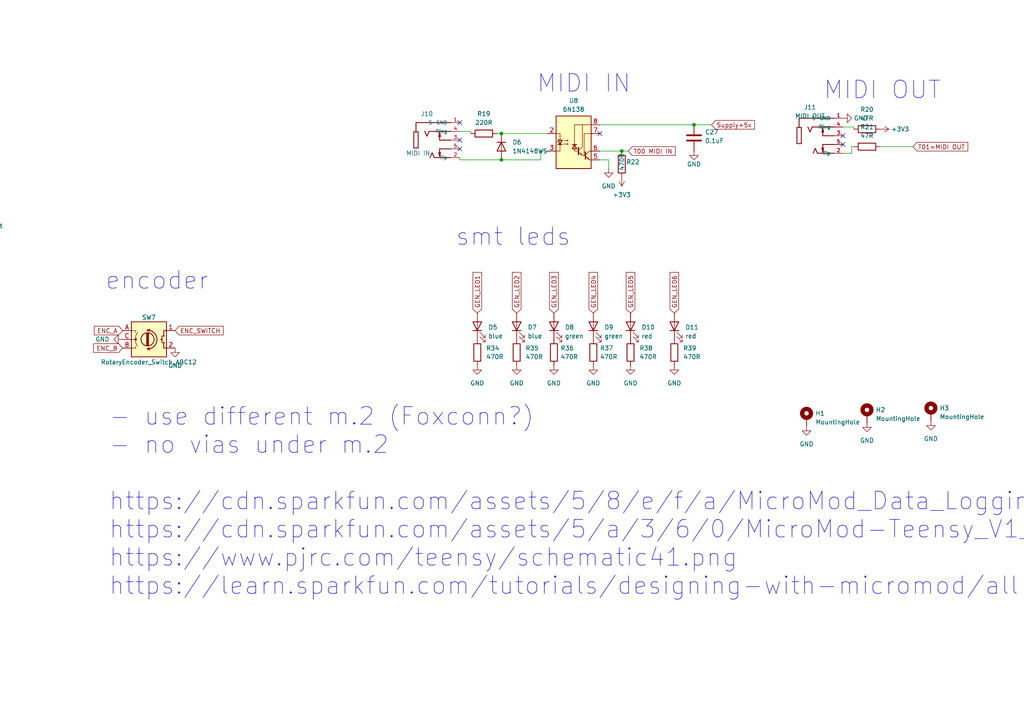
<source format=kicad_sch>
(kicad_sch (version 20211123) (generator eeschema)
  (paper "A4")
  (junction (at -97.282 180.34))
  (junction (at 437.515 93.345))
  (junction (at 474.218 207.01))
  (junction (at 592.074 288.544))
  (junction (at 96.774 311.658))
  (junction (at -207.645 20.32))
  (junction (at 201.295 36.195))
  (junction (at 598.17 288.544))
  (junction (at -116.205 -17.78))
  (junction (at 193.548 259.969))
  (junction (at 182.245 -41.275))
  (junction (at 545.338 207.01))
  (junction (at 505.206 214.63))
  (junction (at 393.7 5.08))
  (junction (at 179.705 -41.275))
  (junction (at 437.515 85.725))
  (junction (at -69.342 61.722))
  (junction (at 560.578 207.01))
  (junction (at -184.785 38.1))
  (junction (at -184.785 10.16))
  (junction (at -198.12 2.54))
  (junction (at -102.87 -17.78))
  (junction (at 180.34 43.815))
  (junction (at -87.63 -17.78))
  (junction (at -174.625 24.13))
  (junction (at -33.274 -20.32))
  (junction (at 145.415 38.735))
  (junction (at -130.81 13.97))
  (junction (at 502.92 207.01))
  (junction (at 408.94 18.796))
  (junction (at 145.415 46.355))
  (junction (at -118.745 6.35))
  (junction (at -23.876 -20.32))
  (junction (at -69.342 66.802))
  (junction (at -74.93 -17.78))
  (junction (at 478.028 5.08))
  (junction (at 380.365 5.08))
  (junction (at 527.812 207.01))
  (junction (at -34.29 -20.32))
  (junction (at 454.66 5.08))
  (junction (at 435.61 5.08))
  (junction (at -203.2 322.834))
  (junction (at 467.868 5.08))
  (junction (at -223.52 322.834))
  (junction (at 408.94 6.604))
  (junction (at -162.56 38.1))
  (junction (at 422.275 93.345))
  (junction (at -207.645 2.54))
  (junction (at 422.275 44.45))
  (junction (at 573.278 296.164))
  (junction (at -130.81 6.35))
  (junction (at 489.458 207.01))
  (junction (at -102.87 182.88))
  (junction (at -85.852 108.204))
  (junction (at -8.636 -20.32))
  (junction (at 426.085 46.99))
  (junction (at -102.87 168.148))
  (junction (at -97.282 168.148))
  (junction (at 458.978 207.01))
  (junction (at 437.515 100.965))
  (junction (at -174.625 38.1))
  (junction (at -203.2 330.454))
  (junction (at -130.81 -17.78))
  (junction (at -130.81 21.59))
  (no_connect (at -108.458 287.147))
  (no_connect (at 244.475 39.37))
  (no_connect (at 244.475 41.91))
  (no_connect (at 133.35 43.18))
  (no_connect (at 133.35 40.64))
  (no_connect (at -52.578 363.347))
  (no_connect (at -52.578 300.482))
  (no_connect (at 67.818 329.438))
  (no_connect (at 67.818 331.978))
  (no_connect (at 404.368 240.792))
  (no_connect (at -108.458 315.087))
  (no_connect (at 173.99 38.735))
  (no_connect (at -52.578 308.737))
  (no_connect (at -52.578 368.427))
  (no_connect (at 11.938 359.918))
  (no_connect (at 67.818 362.458))
  (no_connect (at 67.818 359.918))
  (no_connect (at 67.818 352.298))
  (no_connect (at 67.818 316.738))
  (no_connect (at 67.818 334.518))
  (no_connect (at 67.818 349.758))
  (no_connect (at 11.938 347.218))
  (no_connect (at 11.938 357.378))
  (no_connect (at 11.938 354.838))
  (no_connect (at 11.938 329.438))
  (no_connect (at -160.782 298.704))
  (no_connect (at -52.578 297.942))
  (no_connect (at -108.458 297.942))
  (no_connect (at 206.248 303.784))
  (no_connect (at 67.818 354.838))
  (no_connect (at 67.818 357.378))
  (no_connect (at -52.578 305.562))
  (no_connect (at -108.458 320.167))
  (no_connect (at -52.578 336.677))
  (no_connect (at -52.578 334.137))
  (no_connect (at -108.458 386.842))
  (no_connect (at 211.455 -28.575))
  (no_connect (at -52.578 365.887))
  (no_connect (at 67.818 314.198))
  (no_connect (at 206.248 301.244))
  (no_connect (at -108.458 292.862))
  (no_connect (at -108.458 384.302))
  (no_connect (at 469.392 44.196))
  (no_connect (at 469.392 46.736))
  (no_connect (at 211.455 -33.655))
  (no_connect (at 211.455 -31.115))
  (no_connect (at 211.455 -26.035))
  (no_connect (at 211.455 -23.495))
  (no_connect (at -52.578 370.967))
  (no_connect (at 133.35 35.56))
  (no_connect (at -108.458 363.982))
  (no_connect (at 382.27 52.07))
  (wire (pts (xy -178.435 7.62) (xy -181.61 7.62)))
  (wire (pts (xy 385.572 328.422) (xy 375.412 328.422)))
  (wire (pts (xy 156.718 291.084) (xy 156.718 293.624)))
  (wire (pts (xy -130.81 6.35) (xy -118.745 6.35)))
  (wire (pts (xy 407.67 59.69) (xy 411.48 59.69)))
  (wire (pts (xy 179.705 -41.275) (xy 182.245 -41.275)))
  (wire (pts (xy -212.09 2.54) (xy -207.645 2.54)))
  (wire (pts (xy 316.484 327.152) (xy 310.896 327.152)))
  (wire (pts (xy 381.762 394.97) (xy 370.84 394.97)))
  (wire (pts (xy 573.278 296.164) (xy 575.437 296.164)))
  (wire (pts (xy -33.274 -20.32) (xy -34.29 -20.32)))
  (wire (pts (xy 318.516 404.368) (xy 307.594 404.368)))
  (wire (pts (xy 453.644 400.05) (xy 436.626 400.05)))
  (wire (pts (xy 456.438 322.58) (xy 440.182 322.58)))
  (wire (pts (xy 318.516 406.908) (xy 307.594 406.908)))
  (wire (pts (xy -181.61 7.62) (xy -181.61 24.13)))
  (wire (pts (xy 201.295 36.195) (xy 206.375 36.195)))
  (wire (pts (xy 429.895 49.53) (xy 434.34 49.53)))
  (wire (pts (xy 133.35 38.1) (xy 136.525 38.1)))
  (wire (pts (xy 183.515 -33.655) (xy 72.39 -33.655)))
  (wire (pts (xy -207.645 2.54) (xy -198.12 2.54)))
  (wire (pts (xy -196.215 10.16) (xy -184.785 10.16)))
  (wire (pts (xy -69.342 66.802) (xy -67.564 66.802)))
  (wire (pts (xy -33.274 -20.32) (xy -23.876 -20.32)))
  (wire (pts (xy -181.61 24.13) (xy -174.625 24.13)))
  (wire (pts (xy 429.895 46.99) (xy 429.895 49.53)))
  (wire (pts (xy 456.438 337.82) (xy 440.182 337.82)))
  (wire (pts (xy 507.238 214.63) (xy 505.206 214.63)))
  (wire (pts (xy 318.516 396.748) (xy 307.594 396.748)))
  (wire (pts (xy -67.564 64.262) (xy -69.342 64.262)))
  (wire (pts (xy 173.355 -41.275) (xy 179.705 -41.275)))
  (wire (pts (xy -184.785 38.1) (xy -174.625 38.1)))
  (wire (pts (xy 369.57 52.07) (xy 369.57 46.99)))
  (wire (pts (xy -18.034 342.138) (xy 11.938 342.138)))
  (wire (pts (xy 456.438 332.74) (xy 440.182 332.74)))
  (wire (pts (xy -87.63 -17.78) (xy -74.93 -17.78)))
  (wire (pts (xy -184.785 5.08) (xy -178.435 5.08)))
  (wire (pts (xy 159.385 -27.305) (xy 159.385 -26.035)))
  (wire (pts (xy 456.438 340.36) (xy 440.182 340.36)))
  (wire (pts (xy 366.395 52.07) (xy 369.57 52.07)))
  (wire (pts (xy 318.516 386.588) (xy 307.594 386.588)))
  (wire (pts (xy -102.87 168.148) (xy -97.282 168.148)))
  (wire (pts (xy -97.282 168.148) (xy -94.742 168.148)))
  (wire (pts (xy -198.12 20.32) (xy -207.645 20.32)))
  (wire (pts (xy 485.14 5.08) (xy 478.028 5.08)))
  (wire (pts (xy 374.015 62.23) (xy 382.27 62.23)))
  (wire (pts (xy -102.87 182.88) (xy -116.84 182.88)))
  (wire (pts (xy 213.868 280.924) (xy 206.248 280.924)))
  (wire (pts (xy 93.345 -31.115) (xy 93.345 -28.575)))
  (wire (pts (xy 454.66 5.08) (xy 452.755 5.08)))
  (wire (pts (xy 456.438 327.66) (xy 440.182 327.66)))
  (wire (pts (xy 354.965 8.89) (xy 354.965 44.45)))
  (wire (pts (xy 407.67 64.77) (xy 416.56 64.77)))
  (wire (pts (xy 453.644 392.43) (xy 436.626 392.43)))
  (wire (pts (xy 437.515 100.965) (xy 447.675 100.965)))
  (wire (pts (xy 173.99 36.195) (xy 201.295 36.195)))
  (wire (pts (xy -184.785 10.16) (xy -184.785 5.08)))
  (wire (pts (xy -138.43 3.81) (xy -145.415 3.81)))
  (wire (pts (xy 182.245 -41.275) (xy 183.515 -41.275)))
  (wire (pts (xy 318.516 394.208) (xy 307.594 394.208)))
  (wire (pts (xy 182.245 -38.735) (xy 182.245 -41.275)))
  (wire (pts (xy 72.39 -33.655) (xy 72.39 -27.305)))
  (wire (pts (xy 354.965 44.45) (xy 358.775 44.45)))
  (wire (pts (xy 136.525 38.1) (xy 136.525 38.735)))
  (wire (pts (xy 347.98 59.69) (xy 358.775 59.69)))
  (wire (pts (xy 453.644 387.35) (xy 436.626 387.35)))
  (wire (pts (xy 173.99 46.355) (xy 176.53 46.355)))
  (wire (pts (xy 111.125 -28.575) (xy 111.125 -27.94)))
  (wire (pts (xy 392.43 72.39) (xy 392.43 81.28)))
  (wire (pts (xy 213.868 298.704) (xy 206.248 298.704)))
  (wire (pts (xy -152.4 38.1) (xy -152.4 19.685)))
  (wire (pts (xy 592.074 288.544) (xy 598.17 288.544)))
  (wire (pts (xy -145.415 8.89) (xy -137.795 8.89)))
  (wire (pts (xy -84.074 74.422) (xy -75.184 74.422)))
  (wire (pts (xy 453.644 402.59) (xy 436.626 402.59)))
  (wire (pts (xy 141.478 286.004) (xy 141.478 283.464)))
  (wire (pts (xy -196.215 34.29) (xy -196.215 38.1)))
  (wire (pts (xy 379.095 6.35) (xy 379.095 5.08)))
  (wire (pts (xy 193.548 254.889) (xy 193.548 259.969)))
  (wire (pts (xy 340.995 8.89) (xy 354.965 8.89)))
  (wire (pts (xy 213.868 283.464) (xy 206.248 283.464)))
  (wire (pts (xy -74.93 -17.78) (xy -50.8 -17.78)))
  (wire (pts (xy -69.342 59.182) (xy -69.342 61.722)))
  (wire (pts (xy 489.458 207.01) (xy 502.92 207.01)))
  (wire (pts (xy 425.45 5.08) (xy 435.61 5.08)))
  (wire (pts (xy 159.385 -26.035) (xy 183.515 -26.035)))
  (wire (pts (xy 374.65 49.53) (xy 382.27 49.53)))
  (wire (pts (xy 422.275 41.91) (xy 434.34 41.91)))
  (wire (pts (xy -4.826 -20.32) (xy -8.636 -20.32)))
  (wire (pts (xy 156.845 46.355) (xy 156.845 43.815)))
  (wire (pts (xy 385.572 336.042) (xy 375.412 336.042)))
  (wire (pts (xy 318.516 401.828) (xy 307.594 401.828)))
  (wire (pts (xy -118.745 6.35) (xy -109.855 6.35)))
  (wire (pts (xy 144.145 38.735) (xy 145.415 38.735)))
  (wire (pts (xy 407.67 67.31) (xy 411.48 67.31)))
  (wire (pts (xy 316.484 337.312) (xy 310.896 337.312)))
  (wire (pts (xy -52.578 295.402) (xy -43.053 295.402)))
  (wire (pts (xy 247.015 42.545) (xy 247.015 44.45)))
  (wire (pts (xy -97.282 168.148) (xy -97.282 172.72)))
  (wire (pts (xy 456.438 345.44) (xy 440.182 345.44)))
  (wire (pts (xy 318.516 381.508) (xy 307.594 381.508)))
  (wire (pts (xy -35.56 -15.24) (xy -33.274 -15.24)))
  (wire (pts (xy -227.076 322.834) (xy -223.52 322.834)))
  (wire (pts (xy -34.29 -17.78) (xy -34.29 -20.32)))
  (wire (pts (xy 381.762 405.13) (xy 370.84 405.13)))
  (wire (pts (xy 453.644 394.97) (xy 436.626 394.97)))
  (wire (pts (xy 347.98 13.97) (xy 347.98 59.69)))
  (wire (pts (xy 193.548 259.969) (xy 193.548 270.764)))
  (wire (pts (xy 316.484 344.932) (xy 310.896 344.932)))
  (wire (pts (xy -23.876 -20.32) (xy -8.636 -20.32)))
  (wire (pts (xy 193.548 259.969) (xy 206.883 259.969)))
  (wire (pts (xy -213.614 317.754) (xy -183.642 317.754)))
  (wire (pts (xy 403.86 5.08) (xy 393.7 5.08)))
  (wire (pts (xy 183.515 -28.575) (xy 111.125 -28.575)))
  (wire (pts (xy -207.645 17.78) (xy -207.645 20.32)))
  (wire (pts (xy -198.12 10.16) (xy -198.12 20.32)))
  (wire (pts (xy -87.376 180.34) (xy -97.282 180.34)))
  (wire (pts (xy 145.415 46.355) (xy 156.845 46.355)))
  (wire (pts (xy 456.438 317.5) (xy 440.182 317.5)))
  (wire (pts (xy 316.484 329.692) (xy 310.896 329.692)))
  (wire (pts (xy 213.868 286.004) (xy 206.248 286.004)))
  (wire (pts (xy 598.17 288.544) (xy 606.044 288.544)))
  (wire (pts (xy -90.424 71.882) (xy -82.169 71.882)))
  (wire (pts (xy -87.376 182.88) (xy -102.87 182.88)))
  (wire (pts (xy 422.275 44.45) (xy 422.275 41.91)))
  (wire (pts (xy 592.074 288.544) (xy 590.677 288.544)))
  (wire (pts (xy -137.795 8.89) (xy -137.795 13.97)))
  (wire (pts (xy -67.564 59.182) (xy -69.342 59.182)))
  (wire (pts (xy 422.275 44.45) (xy 422.275 55.88)))
  (wire (pts (xy 145.415 38.735) (xy 158.75 38.735)))
  (wire (pts (xy -207.772 330.454) (xy -203.2 330.454)))
  (wire (pts (xy 422.275 100.965) (xy 437.515 100.965)))
  (wire (pts (xy -174.625 24.13) (xy -174.625 26.67)))
  (wire (pts (xy 527.812 207.01) (xy 522.478 207.01)))
  (wire (pts (xy 435.61 5.08) (xy 437.515 5.08)))
  (wire (pts (xy 213.868 288.544) (xy 206.248 288.544)))
  (wire (pts (xy 247.015 44.45) (xy 244.475 44.45)))
  (wire (pts (xy 318.516 409.448) (xy 307.594 409.448)))
  (wire (pts (xy 316.484 322.072) (xy 310.896 322.072)))
  (wire (pts (xy 393.7 5.08) (xy 380.365 5.08)))
  (wire (pts (xy 264.795 42.545) (xy 255.27 42.545)))
  (wire (pts (xy 179.705 -36.195) (xy 179.705 -41.275)))
  (wire (pts (xy 458.978 207.01) (xy 474.218 207.01)))
  (wire (pts (xy 415.29 44.45) (xy 422.275 44.45)))
  (wire (pts (xy 454.66 5.08) (xy 467.868 5.08)))
  (wire (pts (xy 437.515 7.62) (xy 435.61 7.62)))
  (wire (pts (xy 316.484 332.232) (xy 310.896 332.232)))
  (wire (pts (xy 164.338 296.164) (xy 164.338 301.244)))
  (wire (pts (xy 502.92 207.01) (xy 507.238 207.01)))
  (wire (pts (xy 247.65 36.83) (xy 247.65 37.465)))
  (wire (pts (xy 351.79 11.43) (xy 351.79 52.07)))
  (wire (pts (xy -33.274 -15.24) (xy -33.274 -20.32)))
  (wire (pts (xy 316.484 342.392) (xy 310.896 342.392)))
  (wire (pts (xy 456.438 325.12) (xy 440.182 325.12)))
  (wire (pts (xy -108.712 168.148) (xy -102.87 168.148)))
  (wire (pts (xy 374.65 49.53) (xy 374.65 59.69)))
  (wire (pts (xy 407.67 52.07) (xy 411.48 52.07)))
  (wire (pts (xy 130.175 -27.305) (xy 159.385 -27.305)))
  (wire (pts (xy 456.438 342.9) (xy 440.182 342.9)))
  (wire (pts (xy -69.342 64.262) (xy -69.342 66.802)))
  (wire (pts (xy -152.4 19.685) (xy -178.435 19.685)))
  (wire (pts (xy 441.833 207.01) (xy 458.978 207.01)))
  (wire (pts (xy 213.868 275.844) (xy 206.248 275.844)))
  (wire (pts (xy 392.43 81.28) (xy 411.48 81.28)))
  (wire (pts (xy 96.774 311.658) (xy 67.818 311.658)))
  (wire (pts (xy 316.484 316.992) (xy 310.896 316.992)))
  (wire (pts (xy 381.762 400.05) (xy 370.84 400.05)))
  (wire (pts (xy 366.395 44.45) (xy 382.27 44.45)))
  (wire (pts (xy -174.625 34.29) (xy -174.625 38.1)))
  (wire (pts (xy 385.572 318.262) (xy 375.412 318.262)))
  (wire (pts (xy 437.515 81.28) (xy 437.515 85.725)))
  (wire (pts (xy 385.572 325.882) (xy 375.412 325.882)))
  (wire (pts (xy 213.868 301.244) (xy 213.233 301.244)))
  (wire (pts (xy 385.572 346.202) (xy 375.412 346.202)))
  (wire (pts (xy 133.35 46.355) (xy 133.35 45.72)))
  (wire (pts (xy 213.868 293.624) (xy 206.248 293.624)))
  (wire (pts (xy -130.81 21.59) (xy -118.745 21.59)))
  (wire (pts (xy 453.644 377.19) (xy 436.626 377.19)))
  (wire (pts (xy 453.644 379.73) (xy 436.626 379.73)))
  (wire (pts (xy 244.475 36.83) (xy 247.65 36.83)))
  (wire (pts (xy 560.578 207.01) (xy 545.338 207.01)))
  (wire (pts (xy 351.79 52.07) (xy 358.775 52.07)))
  (wire (pts (xy -118.745 21.59) (xy -118.745 13.97)))
  (wire (pts (xy 453.644 382.27) (xy 436.626 382.27)))
  (wire (pts (xy 318.516 384.048) (xy 307.594 384.048)))
  (wire (pts (xy 106.172 311.658) (xy 96.774 311.658)))
  (wire (pts (xy -102.87 168.148) (xy -102.87 175.26)))
  (wire (pts (xy 385.572 341.122) (xy 375.412 341.122)))
  (wire (pts (xy 416.56 64.77) (xy 416.56 81.28)))
  (wire (pts (xy 580.136 207.01) (xy 560.578 207.01)))
  (wire (pts (xy 437.515 93.345) (xy 422.275 93.345)))
  (wire (pts (xy -116.84 180.34) (xy -97.282 180.34)))
  (wire (pts (xy 573.786 288.544) (xy 575.437 288.544)))
  (wire (pts (xy -184.785 26.67) (xy -184.785 10.16)))
  (wire (pts (xy 213.868 291.084) (xy 206.248 291.084)))
  (wire (pts (xy 316.484 339.852) (xy 310.896 339.852)))
  (wire (pts (xy 183.515 -38.735) (xy 182.245 -38.735)))
  (wire (pts (xy 380.365 5.08) (xy 379.095 5.08)))
  (wire (pts (xy 507.238 209.55) (xy 507.238 214.63)))
  (wire (pts (xy -174.625 24.13) (xy -162.56 24.13)))
  (wire (pts (xy 426.085 46.99) (xy 429.895 46.99)))
  (wire (pts (xy 381.762 389.89) (xy 370.84 389.89)))
  (wire (pts (xy 545.338 207.01) (xy 527.812 207.01)))
  (wire (pts (xy 318.516 389.128) (xy 307.594 389.128)))
  (wire (pts (xy -138.43 -17.78) (xy -138.43 3.81)))
  (wire (pts (xy -130.81 -17.78) (xy -116.205 -17.78)))
  (wire (pts (xy -145.415 11.43) (xy -144.145 11.43)))
  (wire (pts (xy -200.66 330.454) (xy -203.2 330.454)))
  (wire (pts (xy -198.12 2.54) (xy -178.435 2.54)))
  (wire (pts (xy -132.715 6.35) (xy -130.81 6.35)))
  (wire (pts (xy 411.48 81.28) (xy 411.48 74.93)))
  (wire (pts (xy 467.868 12.7) (xy 467.868 16.51)))
  (wire (pts (xy 385.572 323.342) (xy 375.412 323.342)))
  (wire (pts (xy 369.57 46.99) (xy 382.27 46.99)))
  (wire (pts (xy 467.868 5.08) (xy 478.028 5.08)))
  (wire (pts (xy 456.438 320.04) (xy 440.182 320.04)))
  (wire (pts (xy -203.2 322.834) (xy -183.642 322.834)))
  (wire (pts (xy 453.644 384.81) (xy 436.626 384.81)))
  (wire (pts (xy 426.085 46.99) (xy 426.085 61.595)))
  (wire (pts (xy 247.65 42.545) (xy 247.015 42.545)))
  (wire (pts (xy 474.218 207.01) (xy 489.458 207.01)))
  (wire (pts (xy -82.169 66.802) (xy -69.342 66.802)))
  (wire (pts (xy -223.52 322.834) (xy -203.2 322.834)))
  (wire (pts (xy -178.435 19.685) (xy -178.435 10.16)))
  (wire (pts (xy 176.53 46.355) (xy 176.53 48.895)))
  (wire (pts (xy 340.995 11.43) (xy 351.79 11.43)))
  (wire (pts (xy 394.97 38.608) (xy 394.97 39.37)))
  (wire (pts (xy 183.515 -31.115) (xy 93.345 -31.115)))
  (wire (pts (xy -116.205 -17.78) (xy -102.87 -17.78)))
  (wire (pts (xy 180.848 286.004) (xy 141.478 286.004)))
  (wire (pts (xy 318.516 391.668) (xy 307.594 391.668)))
  (wire (pts (xy 316.484 334.772) (xy 310.896 334.772)))
  (wire (pts (xy 385.572 330.962) (xy 375.412 330.962)))
  (wire (pts (xy 374.65 59.69) (xy 366.395 59.69)))
  (wire (pts (xy 453.644 389.89) (xy 436.626 389.89)))
  (wire (pts (xy 435.61 7.62) (xy 435.61 5.08)))
  (wire (pts (xy 453.644 397.51) (xy 436.626 397.51)))
  (wire (pts (xy -34.29 -20.32) (xy -35.56 -20.32)))
  (wire (pts (xy 408.94 18.796) (xy 408.94 6.604)))
  (wire (pts (xy 316.484 319.532) (xy 310.896 319.532)))
  (wire (pts (xy -196.215 38.1) (xy -184.785 38.1)))
  (wire (pts (xy 180.848 291.084) (xy 156.718 291.084)))
  (wire (pts (xy 183.515 -36.195) (xy 179.705 -36.195)))
  (wire (pts (xy 453.644 405.13) (xy 436.626 405.13)))
  (wire (pts (xy -102.87 -17.78) (xy -87.63 -17.78)))
  (wire (pts (xy 385.572 333.502) (xy 375.412 333.502)))
  (wire (pts (xy 318.516 399.288) (xy 307.594 399.288)))
  (wire (pts (xy 415.29 46.99) (xy 426.085 46.99)))
  (wire (pts (xy 180.848 296.164) (xy 164.338 296.164)))
  (wire (pts (xy 575.437 291.084) (xy 575.437 296.164)))
  (wire (pts (xy 173.228 301.244) (xy 180.848 301.244)))
  (wire (pts (xy -162.56 35.56) (xy -162.56 38.1)))
  (wire (pts (xy -108.712 177.8) (xy -108.712 168.148)))
  (wire (pts (xy 573.278 296.164) (xy 573.278 300.99)))
  (wire (pts (xy -200.66 327.914) (xy -200.66 330.454)))
  (wire (pts (xy -184.785 34.29) (xy -184.785 38.1)))
  (wire (pts (xy -183.642 327.914) (xy -200.66 327.914)))
  (wire (pts (xy 381.762 382.27) (xy 370.84 382.27)))
  (wire (pts (xy 381.762 384.81) (xy 370.84 384.81)))
  (wire (pts (xy 385.572 338.582) (xy 375.412 338.582)))
  (wire (pts (xy -82.804 61.722) (xy -69.342 61.722)))
  (wire (pts (xy 381.762 379.73) (xy 370.84 379.73)))
  (wire (pts (xy 316.484 324.612) (xy 310.896 324.612)))
  (wire (pts (xy 213.868 278.384) (xy 206.248 278.384)))
  (wire (pts (xy 156.845 43.815) (xy 158.75 43.815)))
  (wire (pts (xy 456.438 335.28) (xy 440.182 335.28)))
  (wire (pts (xy 385.572 320.802) (xy 375.412 320.802)))
  (wire (pts (xy 145.415 46.355) (xy 133.35 46.355)))
  (wire (pts (xy 381.762 397.51) (xy 370.84 397.51)))
  (wire (pts (xy 381.762 392.43) (xy 370.84 392.43)))
  (wire (pts (xy -74.549 71.882) (xy -67.564 71.882)))
  (wire (pts (xy 381.762 402.59) (xy 370.84 402.59)))
  (wire (pts (xy -130.81 -17.78) (xy -138.43 -17.78)))
  (wire (pts (xy 505.206 214.63) (xy 502.92 214.63)))
  (wire (pts (xy 422.275 85.725) (xy 437.515 85.725)))
  (wire (pts (xy -85.852 108.204) (xy -114.046 108.204)))
  (wire (pts (xy 408.94 22.352) (xy 408.94 18.796)))
  (wire (pts (xy 340.995 6.35) (xy 379.095 6.35)))
  (wire (pts (xy 560.832 296.164) (xy 573.278 296.164)))
  (wire (pts (xy -144.145 11.43) (xy -144.145 12.7)))
  (wire (pts (xy 173.99 43.815) (xy 180.34 43.815)))
  (wire (pts (xy -116.84 177.8) (xy -108.712 177.8)))
  (wire (pts (xy -174.625 38.1) (xy -162.56 38.1)))
  (wire (pts (xy 340.995 13.97) (xy 347.98 13.97)))
  (wire (pts (xy 456.438 330.2) (xy 440.182 330.2)))
  (wire (pts (xy 213.868 296.164) (xy 206.248 296.164)))
  (wire (pts (xy -196.215 26.67) (xy -196.215 10.16)))
  (wire (pts (xy -69.342 61.722) (xy -67.564 61.722)))
  (wire (pts (xy 422.275 93.345) (xy 414.655 93.345)))
  (wire (pts (xy -137.795 13.97) (xy -130.81 13.97)))
  (wire (pts (xy 180.34 43.815) (xy 182.245 43.815)))
  (wire (pts (xy -207.645 20.32) (xy -207.645 22.225)))
  (wire (pts (xy 381.762 407.67) (xy 370.84 407.67)))
  (wire (pts (xy -35.56 -17.78) (xy -34.29 -17.78)))
  (wire (pts (xy 408.94 6.604) (xy 408.94 5.08)))
  (wire (pts (xy -162.56 38.1) (xy -152.4 38.1)))
  (wire (pts (xy 416.56 81.28) (xy 437.515 81.28)))
  (wire (pts (xy -72.136 108.204) (xy -85.852 108.204)))
  (wire (pts (xy -162.56 27.94) (xy -162.56 24.13)))
  (wire (pts (xy 385.572 343.662) (xy 375.412 343.662)))
  (wire (pts (xy 381.762 387.35) (xy 370.84 387.35)))
  (text "battery charge and 5v reg" (at -196.85 -25.4 0) (effects (font (size 6.35 6.35)) (justify left bottom)))
  (text "MIDI IN" (at 155.575 27.305 0) (effects (font (size 5.08 5.08)) (justify left bottom)))
  (text "MPR121, 0x5A i2c\nbuilt-in slider" (at 136.398 246.634 0) (effects (font (size 6.35 6.35)) (justify left bottom)))
  (text "PCA9554APW,118 0x38\nbuilt-in" (at 153.035 -59.055 0) (effects (font (size 6.35 6.35)) (justify left bottom)))
  (text "- use different m.2 (Foxconn?)\n- no vias under m.2\n\nhttps://cdn.sparkfun.com/assets/5/8/e/f/a/MicroMod_Data_Logging_CB-Schematic.pdf\nhttps://cdn.sparkfun.com/assets/5/a/3/6/0/MicroMod-Teensy_V1_3.pdf\nhttps://www.pjrc.com/teensy/schematic41.png\nhttps://learn.sparkfun.com/tutorials/designing-with-micromod/all" (at 31.496 172.974 0) (effects (font (size 5.08 5.08)) (justify left bottom)))
  (text "encoder" (at 30.48 84.455 0) (effects (font (size 5.08 5.08)) (justify left bottom)))
  (text "smt leds" (at 132.08 71.755 0) (effects (font (size 5.08 5.08)) (justify left bottom)))
  (text "microSD" (at -187.452 293.624 0) (effects (font (size 6.35 6.35)) (justify left bottom)))
  (text "HEADERs" (at -118.618 162.433 0) (effects (font (size 6.35 6.35)) (justify left bottom)))
  (text "WS2812" (at 397.764 227.584 0) (effects (font (size 5.08 5.08)) (justify left bottom)))
  (text "1 = [USB power]\n2 = [BATT power]\n3 = [HDR power]\n4 = USB to charger\n5 = HDR to charger\n6 = enable 3v3 reg (Micromod), or use internal teensy 3v3" (at -54.864 -29.21 0) (effects (font (size 1.27 1.27)) (justify left bottom)))
  (text "peripheral power 3v3" (at 526.288 280.162 0) (effects (font (size 6.35 6.35)) (justify left bottom)))
  (text "3.3v REG" (at 442.468 191.135 0) (effects (font (size 6.35 6.35)) (justify left bottom)))
  (text "MIDI OUT" (at 238.76 29.21 0) (effects (font (size 5.08 5.08)) (justify left bottom)))
  (text "USB-C input" (at -83.439 29.337 0) (effects (font (size 6.35 6.35)) (justify left bottom)))
  (text "DAC - PCM5102A" (at 335.915 -4.445 0) (effects (font (size 6.35 6.35)) (justify left bottom)))
  (label "captouch4x4x2 GND" (at 312.928 381.508 0))
  (label "captouch4x4x1 GND" (at 447.294 317.5 0))
  (label "captouch5x5x1 GND" (at 445.516 377.19 0))
  (label "captouch4x4x3 GND" (at 375.412 379.73 0))
  (label "5v tap input" (at -219.71 163.068 180))
  (label "captouch 3x3x1 GND" (at 313.69 316.992 0))
  (label "captouch4x4x.5 GND" (at 379.984 318.262 0))
  (label "5v tap input" (at -50.8 -10.16 180))
  (label "5v tap input" (at -50.8 -15.24 180))
  (global_label "i2c_3v3" (shape input) (at -94.742 168.148 0) (property "Intersheet References" "${INTERSHEET_REFS}" (effects hide)))
  (global_label "USB data in -" (shape input) (at -82.169 66.802 180) (property "Intersheet References" "${INTERSHEET_REFS}" (effects hide)))
  (global_label "I2C_SDA" (shape input) (at -87.376 180.34 0) (property "Intersheet References" "${INTERSHEET_REFS}" (effects hide)))
  (global_label "I2C_SCL" (shape input) (at 211.455 -36.195 0) (property "Intersheet References" "${INTERSHEET_REFS}" (effects hide)))
  (global_label "D3v3" (shape input) (at 408.94 22.352 0) (property "Intersheet References" "${INTERSHEET_REFS}" (effects hide)))
  (global_label "3v3 reg output" (shape input) (at 580.136 207.01 0) (property "Intersheet References" "${INTERSHEET_REFS}" (effects hide)))
  (global_label "dac output R" (shape input) (at -114.046 103.124 0) (property "Intersheet References" "${INTERSHEET_REFS}" (effects hide)))
  (global_label "+5v before power switch" (shape input) (at -4.826 -20.32 0) (property "Intersheet References" "${INTERSHEET_REFS}" (effects hide)))
  (global_label "SPI0_SCK" (shape input) (at -108.458 347.472 180) (property "Intersheet References" "${INTERSHEET_REFS}" (effects hide)))
  (global_label "SDIO_CLOCK" (shape input) (at -108.458 327.152 180) (property "Intersheet References" "${INTERSHEET_REFS}" (effects hide)))
  (global_label "SPI0_MISO" (shape input) (at -129.413 202.438 0) (property "Intersheet References" "${INTERSHEET_REFS}" (effects hide)))
  (global_label "OLED_CS" (shape input) (at 11.938 334.518 180) (property "Intersheet References" "${INTERSHEET_REFS}" (effects hide)))
  (global_label "SPI0_generic1_cs" (shape input) (at 11.938 364.998 180) (property "Intersheet References" "${INTERSHEET_REFS}" (effects hide)))
  (global_label "D3v3" (shape input) (at 394.97 38.608 90) (property "Intersheet References" "${INTERSHEET_REFS}" (effects hide)))
  (global_label "charger input +5v" (shape input) (at -212.09 2.54 180) (property "Intersheet References" "${INTERSHEET_REFS}" (effects hide)))
  (global_label "dac_3v3" (shape input) (at 340.995 6.35 180) (property "Intersheet References" "${INTERSHEET_REFS}" (effects hide)))
  (global_label "AGND" (shape input) (at 422.275 63.5 270) (property "Intersheet References" "${INTERSHEET_REFS}" (effects hide)))
  (global_label "OLED_RES" (shape input) (at 67.818 347.218 0) (property "Intersheet References" "${INTERSHEET_REFS}" (effects hide)))
  (global_label "Peripheral power EN" (shape input) (at 573.278 300.99 270) (property "Intersheet References" "${INTERSHEET_REFS}" (effects hide)))
  (global_label "OLED_CS" (shape input) (at -57.658 199.898 180) (property "Intersheet References" "${INTERSHEET_REFS}" (effects hide)))
  (global_label "spi_3v3" (shape input) (at -129.413 199.898 0) (property "Intersheet References" "${INTERSHEET_REFS}" (effects hide)))
  (global_label "i2c_3v3" (shape input) (at 141.478 275.844 90) (property "Intersheet References" "${INTERSHEET_REFS}" (effects hide)))
  (global_label "SDIO_MOSI" (shape input) (at -108.458 329.692 180) (property "Intersheet References" "${INTERSHEET_REFS}" (effects hide)))
  (global_label "I2C_SCL" (shape input) (at 67.818 324.358 0) (property "Intersheet References" "${INTERSHEET_REFS}" (effects hide)))
  (global_label "dac output R" (shape input) (at 434.34 49.53 0) (property "Intersheet References" "${INTERSHEET_REFS}" (effects hide)))
  (global_label "SPI0_MOSI" (shape input) (at -108.458 350.012 180) (property "Intersheet References" "${INTERSHEET_REFS}" (effects hide)))
  (global_label "SDIO_MOSI" (shape input) (at -183.642 325.374 180) (property "Intersheet References" "${INTERSHEET_REFS}" (effects hide)))
  (global_label "OLED_CS" (shape input) (at -108.458 355.092 180) (property "Intersheet References" "${INTERSHEET_REFS}" (effects hide)))
  (global_label "audio out R" (shape input) (at -114.046 100.584 0) (property "Intersheet References" "${INTERSHEET_REFS}" (effects hide)))
  (global_label "GEN_LED5" (shape input) (at 182.88 90.805 90) (property "Intersheet References" "${INTERSHEET_REFS}" (effects hide)))
  (global_label "I2C_SDA" (shape input) (at 180.848 278.384 180) (property "Intersheet References" "${INTERSHEET_REFS}" (effects hide)))
  (global_label "SPI0_MOSI" (shape input) (at -129.413 204.978 0) (property "Intersheet References" "${INTERSHEET_REFS}" (effects hide)))
  (global_label "3v3 reg output" (shape input) (at -50.8 -7.62 180) (property "Intersheet References" "${INTERSHEET_REFS}" (effects hide)))
  (global_label "spi_3v3" (shape input) (at 193.548 388.62 0) (property "Intersheet References" "${INTERSHEET_REFS}" (effects hide)))
  (global_label "GEN_LED6" (shape input) (at -52.578 383.667 0) (property "Intersheet References" "${INTERSHEET_REFS}" (effects hide)))
  (global_label "i2c_3v3" (shape input) (at 211.455 -41.275 0) (property "Intersheet References" "${INTERSHEET_REFS}" (effects hide)))
  (global_label "USB data in +" (shape input) (at -82.804 61.722 180) (property "Intersheet References" "${INTERSHEET_REFS}" (effects hide)))
  (global_label "AGND" (shape input) (at 397.51 72.39 270) (property "Intersheet References" "${INTERSHEET_REFS}" (effects hide)))
  (global_label "GEN_LED2" (shape input) (at -108.458 366.522 180) (property "Intersheet References" "${INTERSHEET_REFS}" (effects hide)))
  (global_label "I2C_SCL" (shape input) (at -87.376 182.88 0) (property "Intersheet References" "${INTERSHEET_REFS}" (effects hide)))
  (global_label "3.3v Peripheral" (shape input) (at 606.044 288.544 0) (property "Intersheet References" "${INTERSHEET_REFS}" (effects hide)))
  (global_label "I2S_LRCK" (shape input) (at -108.458 300.482 180) (property "Intersheet References" "${INTERSHEET_REFS}" (effects hide)))
  (global_label "WS2812_DATA" (shape input) (at 67.818 337.058 0) (property "Intersheet References" "${INTERSHEET_REFS}" (effects hide)))
  (global_label "Batt+" (shape input) (at -221.234 122.936 180) (property "Intersheet References" "${INTERSHEET_REFS}" (effects hide)))
  (global_label "ENC_A" (shape input) (at 35.56 95.885 180) (property "Intersheet References" "${INTERSHEET_REFS}" (effects hide)))
  (global_label "AGND" (shape input) (at -141.986 100.584 180) (property "Intersheet References" "${INTERSHEET_REFS}" (effects hide)))
  (global_label "T00 MIDI IN" (shape input) (at 182.245 43.815 0) (property "Intersheet References" "${INTERSHEET_REFS}" (effects hide)))
  (global_label "SDIO_MISO" (shape input) (at -108.458 332.232 180) (property "Intersheet References" "${INTERSHEET_REFS}" (effects hide)))
  (global_label "I2C_SCL" (shape input) (at 180.848 280.924 180) (property "Intersheet References" "${INTERSHEET_REFS}" (effects hide)))
  (global_label "T01=MIDI OUT" (shape input) (at 264.795 42.545 0) (property "Intersheet References" "${INTERSHEET_REFS}" (effects hide)))
  (global_label "sd_3v3" (shape input) (at 193.548 396.24 0) (property "Intersheet References" "${INTERSHEET_REFS}" (effects hide)))
  (global_label "ENC_SWITCH" (shape input) (at 50.8 95.885 0) (property "Intersheet References" "${INTERSHEET_REFS}" (effects hide)))
  (global_label "T01=MIDI OUT" (shape input) (at -108.458 379.222 180) (property "Intersheet References" "${INTERSHEET_REFS}" (effects hide)))
  (global_label "dac output L" (shape input) (at 434.34 41.91 0) (property "Intersheet References" "${INTERSHEET_REFS}" (effects hide)))
  (global_label "I2C_SDA" (shape input) (at 211.455 -38.735 0) (property "Intersheet References" "${INTERSHEET_REFS}" (effects hide)))
  (global_label "USB_Vin5v" (shape input) (at -50.8 -12.7 180) (property "Intersheet References" "${INTERSHEET_REFS}" (effects hide)))
  (global_label "ENC_SWITCH" (shape input) (at 11.938 324.358 180) (property "Intersheet References" "${INTERSHEET_REFS}" (effects hide)))
  (global_label "SPI0_generic1_cs" (shape input) (at -129.413 212.598 0) (property "Intersheet References" "${INTERSHEET_REFS}" (effects hide)))
  (global_label "SPI0_SCK" (shape input) (at 67.818 339.598 0) (property "Intersheet References" "${INTERSHEET_REFS}" (effects hide)))
  (global_label "audio out R" (shape input) (at 469.392 49.276 180) (property "Intersheet References" "${INTERSHEET_REFS}" (effects hide)))
  (global_label "SPI0_MOSI" (shape input) (at 11.938 337.058 180) (property "Intersheet References" "${INTERSHEET_REFS}" (effects hide)))
  (global_label "ENC_A" (shape input) (at -52.578 376.047 0) (property "Intersheet References" "${INTERSHEET_REFS}" (effects hide)))
  (global_label "A3v3" (shape input) (at 397.51 39.37 90) (property "Intersheet References" "${INTERSHEET_REFS}" (effects hide)))
  (global_label "I2S_BCK" (shape input) (at 67.818 319.278 0) (property "Intersheet References" "${INTERSHEET_REFS}" (effects hide)))
  (global_label "AGND" (shape input) (at -141.986 108.204 180) (property "Intersheet References" "${INTERSHEET_REFS}" (effects hide)))
  (global_label "Supply+5v" (shape input) (at -72.136 108.204 0) (property "Intersheet References" "${INTERSHEET_REFS}" (effects hide)))
  (global_label "SDIO_CS" (shape input) (at -108.458 339.852 180) (property "Intersheet References" "${INTERSHEET_REFS}" (effects hide)))
  (global_label "Supply+5v" (shape input) (at -52.578 350.647 0) (property "Intersheet References" "${INTERSHEET_REFS}" (effects hide)))
  (global_label "OLED_DC" (shape input) (at -52.578 360.807 0) (property "Intersheet References" "${INTERSHEET_REFS}" (effects hide)))
  (global_label "ENC_B" (shape input) (at 11.938 349.758 180) (property "Intersheet References" "${INTERSHEET_REFS}" (effects hide)))
  (global_label "charger input +5v" (shape input) (at -35.56 -12.7 0) (property "Intersheet References" "${INTERSHEET_REFS}" (effects hide)))
  (global_label "i2c_3v3" (shape input) (at 193.548 254.889 90) (property "Intersheet References" "${INTERSHEET_REFS}" (effects hide)))
  (global_label "dac output L" (shape input) (at -141.986 105.664 180) (property "Intersheet References" "${INTERSHEET_REFS}" (effects hide)))
  (global_label "Supply+5v" (shape input) (at 206.375 36.195 0) (property "Intersheet References" "${INTERSHEET_REFS}" (effects hide)))
  (global_label "AGND" (shape input) (at 467.868 16.51 270) (property "Intersheet References" "${INTERSHEET_REFS}" (effects hide)))
  (global_label "GEN_LED3" (shape input) (at 160.655 90.805 90) (property "Intersheet References" "${INTERSHEET_REFS}" (effects hide)))
  (global_label "SPI0_MISO" (shape input) (at 11.938 339.598 180) (property "Intersheet References" "${INTERSHEET_REFS}" (effects hide)))
  (global_label "GEN_LED1" (shape input) (at -108.458 369.062 180) (property "Intersheet References" "${INTERSHEET_REFS}" (effects hide)))
  (global_label "D3v3" (shape input) (at 425.45 5.08 180) (property "Intersheet References" "${INTERSHEET_REFS}" (effects hide)))
  (global_label "Peripheral power EN" (shape input) (at 11.938 344.678 180) (property "Intersheet References" "${INTERSHEET_REFS}" (effects hide)))
  (global_label "SPI0_SCK" (shape input) (at -129.413 207.518 0) (property "Intersheet References" "${INTERSHEET_REFS}" (effects hide)))
  (global_label "I2C_SCL" (shape input) (at -108.458 310.007 180) (property "Intersheet References" "${INTERSHEET_REFS}" (effects hide)))
  (global_label "D3v3" (shape input) (at 374.015 62.23 180) (property "Intersheet References" "${INTERSHEET_REFS}" (effects hide)))
  (global_label "SDIO_MISO" (shape input) (at -183.642 315.214 180) (property "Intersheet References" "${INTERSHEET_REFS}" (effects hide)))
  (global_label "3.3v Peripheral" (shape input) (at 178.308 364.236 180) (property "Intersheet References" "${INTERSHEET_REFS}" (effects hide)))
  (global_label "I2S_LRCK" (shape input) (at 67.818 321.818 0) (property "Intersheet References" "${INTERSHEET_REFS}" (effects hide)))
  (global_label "spi_3v3" (shape input) (at -57.658 187.198 180) (property "Intersheet References" "${INTERSHEET_REFS}" (effects hide)))
  (global_label "I2S_BCK" (shape input) (at 340.995 13.97 180) (property "Intersheet References" "${INTERSHEET_REFS}" (effects hide)))
  (global_label "OLED_RES" (shape input) (at -57.658 194.818 180) (property "Intersheet References" "${INTERSHEET_REFS}" (effects hide)))
  (global_label "OLED_RES" (shape input) (at -52.578 358.267 0) (property "Intersheet References" "${INTERSHEET_REFS}" (effects hide)))
  (global_label "AGND" (shape input) (at 469.392 51.816 180) (property "Intersheet References" "${INTERSHEET_REFS}" (effects hide)))
  (global_label "USB_Vin5v" (shape input) (at -67.564 79.502 180) (property "Intersheet References" "${INTERSHEET_REFS}" (effects hide)))
  (global_label "Supply+5v" (shape input) (at 573.786 288.544 180) (property "Intersheet References" "${INTERSHEET_REFS}" (effects hide)))
  (global_label "charger input +5v" (shape input) (at -35.56 -10.16 0) (property "Intersheet References" "${INTERSHEET_REFS}" (effects hide)))
  (global_label "SPI0_generic0_cs" (shape input) (at -108.458 284.607 180) (property "Intersheet References" "${INTERSHEET_REFS}" (effects hide)))
  (global_label "USB data in -" (shape input) (at -256.794 53.594 0) (property "Intersheet References" "${INTERSHEET_REFS}" (effects hide)))
  (global_label "D3v3" (shape input) (at 447.675 100.965 0) (property "Intersheet References" "${INTERSHEET_REFS}" (effects hide)))
  (global_label "GEN_LED4" (shape input) (at -108.458 374.142 180) (property "Intersheet References" "${INTERSHEET_REFS}" (effects hide)))
  (global_label "GEN_LED1" (shape input) (at 138.43 90.805 90) (property "Intersheet References" "${INTERSHEET_REFS}" (effects hide)))
  (global_label "GEN_LED3" (shape input) (at 11.938 319.278 180) (property "Intersheet References" "${INTERSHEET_REFS}" (effects hide)))
  (global_label "WS2812_DATA" (shape input) (at -108.458 361.442 180) (property "Intersheet References" "${INTERSHEET_REFS}" (effects hide)))
  (global_label "I2C_SDA" (shape input) (at 67.818 326.898 0) (property "Intersheet References" "${INTERSHEET_REFS}" (effects hide)))
  (global_label "sd_3v3" (shape input) (at 193.548 393.7 0) (property "Intersheet References" "${INTERSHEET_REFS}" (effects hide)))
  (global_label "GEN_LED3" (shape input) (at -108.458 371.602 180) (property "Intersheet References" "${INTERSHEET_REFS}" (effects hide)))
  (global_label "T00 MIDI IN" (shape input) (at -108.458 381.762 180) (property "Intersheet References" "${INTERSHEET_REFS}" (effects hide)))
  (global_label "GEN_LED2" (shape input) (at 149.86 90.805 90) (property "Intersheet References" "${INTERSHEET_REFS}" (effects hide)))
  (global_label "dac_3v3" (shape input) (at 193.548 369.316 0) (property "Intersheet References" "${INTERSHEET_REFS}" (effects hide)))
  (global_label "I2S_DIN" (shape input) (at 11.938 326.898 180) (property "Intersheet References" "${INTERSHEET_REFS}" (effects hide)))
  (global_label "3.3v Peripheral" (shape input) (at 178.308 369.316 180) (property "Intersheet References" "${INTERSHEET_REFS}" (effects hide)))
  (global_label "A3v3" (shape input) (at 392.43 39.37 90) (property "Intersheet References" "${INTERSHEET_REFS}" (effects hide)))
  (global_label "OLED_DC" (shape input) (at 67.818 344.678 0) (property "Intersheet References" "${INTERSHEET_REFS}" (effects hide)))
  (global_label "Batt+" (shape input) (at -109.855 6.35 0) (property "Intersheet References" "${INTERSHEET_REFS}" (effects hide)))
  (global_label "OLED_DC" (shape input) (at -57.658 197.358 180) (property "Intersheet References" "${INTERSHEET_REFS}" (effects hide)))
  (global_label "Supply+5v" (shape input) (at 67.818 306.578 0) (property "Intersheet References" "${INTERSHEET_REFS}" (effects hide)))
  (global_label "sd_3v3" (shape input) (at -227.076 322.834 180) (property "Intersheet References" "${INTERSHEET_REFS}" (effects hide)))
  (global_label "SPI0_generic0_cs" (shape input) (at 11.938 362.458 180) (property "Intersheet References" "${INTERSHEET_REFS}" (effects hide)))
  (global_label "i2c_3v3" (shape input) (at 193.548 364.236 0) (property "Intersheet References" "${INTERSHEET_REFS}" (effects hide)))
  (global_label "SPI0_MISO" (shape input) (at -108.458 352.552 180) (property "Intersheet References" "${INTERSHEET_REFS}" (effects hide)))
  (global_label "spi_3v3" (shape input) (at 193.548 391.16 0) (property "Intersheet References" "${INTERSHEET_REFS}" (effects hide)))
  (global_label "i2c_3v3" (shape input) (at 193.548 366.776 0) (property "Intersheet References" "${INTERSHEET_REFS}" (effects hide)))
  (global_label "dac_3v3" (shape input) (at 193.548 371.856 0) (property "Intersheet References" "${INTERSHEET_REFS}" (effects hide)))
  (global_label "ENC_B" (shape input) (at 35.56 100.965 180) (property "Intersheet References" "${INTERSHEET_REFS}" (effects hide)))
  (global_label "I2C_SDA" (shape input) (at -108.458 312.547 180) (property "Intersheet References" "${INTERSHEET_REFS}" (effects hide)))
  (global_label "GEN_LED5" (shape input) (at 11.938 352.298 180) (property "Intersheet References" "${INTERSHEET_REFS}" (effects hide)))
  (global_label "T01=MIDI OUT" (shape input) (at 11.938 311.658 180) (property "Intersheet References" "${INTERSHEET_REFS}" (effects hide)))
  (global_label "SDIO_DAT1" (shape input) (at -108.458 334.772 180) (property "Intersheet References" "${INTERSHEET_REFS}" (effects hide)))
  (global_label "USB data in +" (shape input) (at -256.794 56.134 0) (property "Intersheet References" "${INTERSHEET_REFS}" (effects hide)))
  (global_label "GEN_LED6" (shape input) (at 195.58 90.805 90) (property "Intersheet References" "${INTERSHEET_REFS}" (effects hide)))
  (global_label "GEN_LED4" (shape input) (at 11.938 321.818 180) (property "Intersheet References" "${INTERSHEET_REFS}" (effects hide)))
  (global_label "+5v before power switch" (shape input) (at -114.046 105.664 0) (property "Intersheet References" "${INTERSHEET_REFS}" (effects hide)))
  (global_label "SPI0_SCK" (shape input) (at -57.658 189.738 180) (property "Intersheet References" "${INTERSHEET_REFS}" (effects hide)))
  (global_label "ENC_B" (shape input) (at -52.578 378.587 0) (property "Intersheet References" "${INTERSHEET_REFS}" (effects hide)))
  (global_label "SDIO_CLOCK" (shape input) (at -183.642 320.294 180) (property "Intersheet References" "${INTERSHEET_REFS}" (effects hide)))
  (global_label "AGND" (shape input) (at 454.66 12.7 270) (property "Intersheet References" "${INTERSHEET_REFS}" (effects hide)))
  (global_label "3.3v Peripheral" (shape input) (at 178.308 393.7 180) (property "Intersheet References" "${INTERSHEET_REFS}" (effects hide)))
  (global_label "WS2812_DATA" (shape input) (at 343.408 240.792 180) (property "Intersheet References" "${INTERSHEET_REFS}" (effects hide)))
  (global_label "USB_Vin5v" (shape input) (at -50.8 -20.32 180) (property "Intersheet References" "${INTERSHEET_REFS}" (effects hide)))
  (global_label "USB data in +" (shape input) (at -52.578 348.107 0) (property "Intersheet References" "${INTERSHEET_REFS}" (effects hide)))
  (global_label "SPI0_MOSI" (shape input) (at -57.658 192.278 180) (property "Intersheet References" "${INTERSHEET_REFS}" (effects hide)))
  (global_label "SPI0_generic0_cs" (shape input) (at -129.413 210.058 0) (property "Intersheet References" "${INTERSHEET_REFS}" (effects hide)))
  (global_label "SDIO_CS" (shape input) (at -207.772 330.454 180) (property "Intersheet References" "${INTERSHEET_REFS}" (effects hide)))
  (global_label "ENC_A" (shape input) (at 11.938 331.978 180) (property "Intersheet References" "${INTERSHEET_REFS}" (effects hide)))
  (global_label "AGND" (shape input) (at 426.085 69.215 270) (property "Intersheet References" "${INTERSHEET_REFS}" (effects hide)))
  (global_label "AGND" (shape input) (at 507.746 11.684 270) (property "Intersheet References" "${INTERSHEET_REFS}" (effects hide)))
  (global_label "I2S_DIN" (shape input) (at 340.995 11.43 180) (property "Intersheet References" "${INTERSHEET_REFS}" (effects hide)))
  (global_label "SPI0_generic1_cs" (shape input) (at -52.578 381.127 0) (property "Intersheet References" "${INTERSHEET_REFS}" (effects hide)))
  (global_label "USB data in -" (shape input) (at -52.578 345.567 0) (property "Intersheet References" "${INTERSHEET_REFS}" (effects hide)))
  (global_label "audio out L" (shape input) (at 469.392 41.656 180) (property "Intersheet References" "${INTERSHEET_REFS}" (effects hide)))
  (global_label "T00 MIDI IN" (shape input) (at 11.938 309.118 180) (property "Intersheet References" "${INTERSHEET_REFS}" (effects hide)))
  (global_label "I2S_BCK" (shape input) (at -108.458 303.022 180) (property "Intersheet References" "${INTERSHEET_REFS}" (effects hide)))
  (global_label "3.3v Peripheral" (shape input) (at 178.308 388.62 180) (property "Intersheet References" "${INTERSHEET_REFS}" (effects hide)))
  (global_label "GEN_LED1" (shape input) (at 11.938 314.198 180) (property "Intersheet References" "${INTERSHEET_REFS}" (effects hide)))
  (global_label "SDIO_DAT1" (shape input) (at -183.642 312.674 180) (property "Intersheet References" "${INTERSHEET_REFS}" (effects hide)))
  (global_label "SDIO_DAT2" (shape input) (at -108.458 337.312 180) (property "Intersheet References" "${INTERSHEET_REFS}" (effects hide)))
  (global_label "I2S_DIN" (shape input) (at -108.458 295.402 180) (property "Intersheet References" "${INTERSHEET_REFS}" (effects hide)))
  (global_label "ENC_SWITCH" (shape input) (at -52.578 373.507 0) (property "Intersheet References" "${INTERSHEET_REFS}" (effects hide)))
  (global_label "A3v3" (shape input) (at 485.14 5.08 0) (property "Intersheet References" "${INTERSHEET_REFS}" (effects hide)))
  (global_label "Supply+5v" (shape input) (at 441.8367 207.01 180) (property "Intersheet References" "${INTERSHEET_REFS}" (effects hide)))
  (global_label "USB_Vin5v" (shape input) (at -256.794 58.674 0) (property "Intersheet References" "${INTERSHEET_REFS}" (effects hide)))
  (global_label "audio out L" (shape input) (at -141.986 103.124 180) (property "Intersheet References" "${INTERSHEET_REFS}" (effects hide)))
  (global_label "GEN_LED2" (shape input) (at 11.938 316.738 180) (property "Intersheet References" "${INTERSHEET_REFS}" (effects hide)))
  (global_label "I2S_LRCK" (shape input) (at 340.995 8.89 180) (property "Intersheet References" "${INTERSHEET_REFS}" (effects hide)))
  (global_label "GEN_LED4" (shape input) (at 172.085 90.805 90) (property "Intersheet References" "${INTERSHEET_REFS}" (effects hide)))
  (global_label "SDIO_DAT2" (shape input) (at -183.642 330.454 180) (property "Intersheet References" "${INTERSHEET_REFS}" (effects hide)))
  (global_label "Peripheral power EN" (shape input) (at -108.458 317.627 180) (property "Intersheet References" "${INTERSHEET_REFS}" (effects hide)))
  (global_label "GEN_LED6" (shape input) (at 67.818 364.998 0) (property "Intersheet References" "${INTERSHEET_REFS}" (effects hide)))
  (global_label "GEN_LED5" (shape input) (at -52.578 386.207 0) (property "Intersheet References" "${INTERSHEET_REFS}" (effects hide)))
  (symbol (lib_id "power:GND") (at 244.475 34.29 90) (unit 1)
    (property "Reference" "#PWR0166" (effects hide))
    (property "Value" "GND" (at 247.65 34.2899 90) (effects (justify right)))
  )
  (symbol (lib_id "Device:R") (at 140.335 38.735 90) (unit 1)
    (property "Reference" "R19" (at 140.335 33.02 90))
    (property "Value" "220R" (at 140.335 35.56 90))
    (property "Footprint" "Resistor_SMD:R_1206_3216Metric" (effects hide))
    (property "LCSC part number" "C17557" (effects hide))
    (property "verif" "1" (effects hide))
  )
  (symbol (lib_id "Device:C") (at 458.978 210.82 0) (unit 1)
    (property "Reference" "C1" (at 464.058 209.5499 0) (effects (justify left)))
    (property "Value" "10uF" (at 464.058 212.0899 0) (effects (justify left)))
    (property "Footprint" "Capacitor_SMD:C_0805_2012Metric" (effects hide))
    (property "LCSC part number" "C15525" (effects hide))
    (property "verif" "1" (effects hide))
  )
  (symbol (lib_id "power:GND") (at 130.175 -17.145 0) (unit 1)
    (property "Reference" "#PWR0187" (effects hide))
    (property "Value" "GND" (at 130.175 -10.795 0))
  )
  (symbol (lib_id "Device:C") (at 173.228 305.054 0) (unit 1)
    (property "Reference" "C24" (at 177.673 303.7839 0) (effects (justify left)))
    (property "Value" "0.1uF" (at 177.673 306.3239 0) (effects (justify left)))
    (property "Footprint" "Capacitor_SMD:C_0805_2012Metric" (effects hide))
    (property "LCSC part number" "C1525" (effects hide))
    (property "verif" "1" (effects hide))
  )
  (symbol (lib_id "clarinoid2:Placeholder") (at 306.578 367.284 0) (unit 1) (in_bom no)
    (property "Reference" "U10" (at 316.23 367.2839 0) (effects (justify left)))
    (property "Value" "captouch4x4x2 graphic" (at 316.23 369.8239 0) (effects (justify left)))
    (property "Footprint" "CapTouchSliders:captouch dev board subboard template" (effects hide))
  )
  (symbol (lib_id "clarinoid2:SSD1306") (at -52.578 192.278 0) (unit 1)
    (property "Reference" "J12" (at -44.958 191.0079 0) (effects (justify left)))
    (property "Value" "SSD1306" (at -44.958 193.5479 0) (effects (justify left)))
    (property "Footprint" "Connector_PinSocket_2.54mm:PinSocket_1x07_P2.54mm_Vertical" (effects hide))
    (property "LCSC part number" "C358721" (effects hide))
    (property "verif" "1" (effects hide))
  )
  (symbol (lib_id "power:GND") (at -52.324 41.402 180) (unit 1)
    (property "Reference" "#PWR0135" (effects hide))
    (property "Value" "GND" (at -52.324 36.957 0))
  )
  (symbol (lib_id "power:GND") (at 505.206 222.25 0) (unit 1)
    (property "Reference" "#PWR0115" (effects hide))
    (property "Value" "GND" (at 505.206 227.33 0))
  )
  (symbol (lib_id "Device:LED") (at 195.58 94.615 90) (unit 1)
    (property "Reference" "D11" (at 198.755 94.9324 90) (effects (justify right)))
    (property "Value" "red" (at 198.755 97.4724 90) (effects (justify right)))
    (property "Footprint" "LED_SMD:LED_0603_1608Metric" (effects hide))
    (property "LCSC part number" "C72044" (effects hide))
    (property "verif" "1" (effects hide))
  )
  (symbol (lib_id "LED:WS2812B") (at 381.508 240.792 0) (unit 1)
    (property "Reference" "D14" (at 392.176 236.4613 0))
    (property "Value" "WS2812B" (at 392.176 239.0013 0))
    (property "Footprint" "LED_SMD:LED_WS2812B_PLCC4_5.0x5.0mm_P3.2mm" (effects hide))
    (property "Datasheet" "https://cdn-shop.adafruit.com/datasheets/WS2812B.pdf" (effects hide))
    (property "LCSC part number" "C2761795" (effects hide))
    (property "verif" "1" (effects hide))
  )
  (symbol (lib_id "Device:R") (at 141.478 279.654 180) (unit 1)
    (property "Reference" "R4" (at 144.018 278.3839 0) (effects (justify right)))
    (property "Value" "10k" (at 144.018 280.9239 0) (effects (justify right)))
    (property "Footprint" "Resistor_SMD:R_1206_3216Metric" (effects hide))
    (property "LCSC part number" "C25744" (effects hide))
    (property "verif" "1" (effects hide))
  )
  (symbol (lib_id "Device:R") (at 362.585 59.69 90) (unit 1)
    (property "Reference" "R3" (at 362.585 62.23 90))
    (property "Value" "22R" (at 362.585 57.15 90))
    (property "Footprint" "Resistor_SMD:R_1206_3216Metric" (effects hide))
    (property "LCSC part number" "C25092" (effects hide))
    (property "verif" "1" (effects hide))
  )
  (symbol (lib_id "LED:WS2812B") (at 351.028 240.792 0) (unit 1)
    (property "Reference" "D12" (at 361.696 236.4613 0))
    (property "Value" "WS2812B" (at 361.696 239.0013 0))
    (property "Footprint" "LED_SMD:LED_WS2812B_PLCC4_5.0x5.0mm_P3.2mm" (effects hide))
    (property "Datasheet" "https://cdn-shop.adafruit.com/datasheets/WS2812B.pdf" (effects hide))
    (property "LCSC part number" "C2761795" (effects hide))
    (property "verif" "1" (effects hide))
  )
  (symbol (lib_id "Connector_Generic:Conn_01x06") (at 370.332 338.582 0) (mirror y) (unit 1) (in_bom no)
    (property "Reference" "J21" (at 370.332 326.898 0))
    (property "Value" "captouch4x4x.5 header B" (at 370.332 329.438 0))
    (property "Footprint" "Connector_PinHeader_2.54mm:PinHeader_1x06_P2.54mm_Vertical" (effects hide))
    (property "LCSC part number" "-" (effects hide))
    (property "verif" "1" (effects hide))
  )
  (symbol (lib_id "power:GND") (at 195.58 106.045 0) (unit 1)
    (property "Reference" "#PWR0204" (effects hide))
    (property "Value" "GND" (at 195.58 111.125 0))
  )
  (symbol (lib_id "Device:D_Zener") (at 505.206 218.44 270) (unit 1)
    (property "Reference" "D16" (at 507.238 217.1699 90) (effects (justify left)))
    (property "Value" "3.3v" (at 507.238 219.7099 90) (effects (justify left)))
    (property "Footprint" "Diode_SMD:D_MiniMELF" (effects hide))
  )
  (symbol (lib_id "power:GND") (at -221.488 94.488 0) (unit 1)
    (property "Reference" "#PWR0120" (effects hide))
    (property "Value" "GND" (at -218.186 95.7579 0) (effects (justify left)))
  )
  (symbol (lib_id "clarinoid2:Switchcraft 35RAPC4BV4") (at 477.012 46.736 180) (unit 1) (in_bom no)
    (property "Reference" "J1" (at 483.997 45.4659 0) (effects (justify right)))
    (property "Value" "AudioOut" (at 483.997 48.0059 0) (effects (justify right)))
    (property "Footprint" "clarinoid2:SWITCHCRAFT_35RAPC4BV4_OvalHoles" (effects hide))
    (property "STANDARD" "Manufacturer Recommendations" (effects hide))
    (property "PARTREV" "G" (effects hide))
    (property "MAXIMUM_PACKAGE_HIEGHT" "12.573mm" (effects hide))
    (property "MANUFACTURER" "Switchcraft Inc." (effects hide))
    (property "LCSC part number" "-" (effects hide))
    (property "verif" "1" (effects hide))
  )
  (symbol (lib_id "power:GND") (at 149.86 106.045 0) (unit 1)
    (property "Reference" "#PWR0201" (effects hide))
    (property "Value" "GND" (at 149.86 111.125 0))
  )
  (symbol (lib_id "power:+3.3V") (at -35.56 -7.62 270) (unit 1)
    (property "Reference" "#PWR0161" (effects hide))
    (property "Value" "+3.3V" (at -30.734 -7.6201 90) (effects (justify left)))
  )
  (symbol (lib_id "Connector_Generic:Conn_01x12") (at 386.842 392.43 0) (unit 1) (in_bom no)
    (property "Reference" "J22" (at 389.382 392.4299 0) (effects (justify left)))
    (property "Value" "captouch4x4x3 " (at 389.382 394.9699 0) (effects (justify left)))
    (property "Footprint" "CapTouchSliders:CaptouchSlider_Masked_H4x4_A3.0mm_x12" (effects hide))
    (property "LCSC part number" "-" (effects hide))
    (property "verif" "1" (effects hide))
  )
  (symbol (lib_id "Connector:TestPoint") (at 408.94 6.604 270) (unit 1) (in_bom no)
    (property "Reference" "TP6" (at 413.5121 8.382 0) (effects (justify left)))
    (property "Value" "D3v3" (at 410.9721 8.382 0) (effects (justify left)))
    (property "Footprint" "TestPoint:TestPoint_THTPad_D2.0mm_Drill1.0mm" (effects hide))
  )
  (symbol (lib_id "Switch:SW_DIP_x06") (at -43.18 -12.7 0) (unit 1)
    (property "Reference" "SW9" (at -43.18 -26.67 0))
    (property "Value" "DIP red power source" (at -43.18 -24.13 0))
    (property "Footprint" "clarinoid2:dip switch XKB DS-06RP" (effects hide))
    (property "LCSC part number" "C319060" (effects hide))
    (property "verif" "1" (effects hide))
  )
  (symbol (lib_id "power:GND") (at -130.81 -10.16 0) (unit 1)
    (property "Reference" "#PWR0134" (effects hide))
    (property "Value" "GND" (at -130.81 -5.08 0))
  )
  (symbol (lib_id "power:GND") (at 545.338 214.63 0) (unit 1)
    (property "Reference" "#PWR0205" (effects hide))
    (property "Value" "GND" (at 545.338 219.71 0))
  )
  (symbol (lib_id "power:GND") (at -57.658 184.658 270) (unit 1)
    (property "Reference" "#PWR0155" (effects hide))
    (property "Value" "GND" (at -60.198 184.6579 90) (effects (justify right)))
  )
  (symbol (lib_id "Teensy_4.0_MicroMod:Teensy_4.0_MicroMod") (at -80.518 315.722 0) (unit 1)
    (property "Reference" "U16" (at -80.518 273.177 0))
    (property "Value" "APCI0108-P001A Teensy_4.0_MicroMod" (at -80.518 275.717 0))
    (property "Footprint" "SamacSys_Parts:21992304" (effects hide))
    (property "LCSC part number" "C841659" (effects hide))
    (property "verif" "1" (effects hide))
  )
  (symbol (lib_id "Device:R") (at 411.48 44.45 90) (unit 1)
    (property "Reference" "R5" (at 412.115 42.545 90))
    (property "Value" "470R" (at 411.48 44.45 90))
    (property "Footprint" "Resistor_SMD:R_1206_3216Metric" (effects hide))
    (property "LCSC part number" "C25117" (effects hide))
    (property "verif" "1" (effects hide))
  )
  (symbol (lib_id "power:GND") (at -87.63 -10.16 0) (unit 1)
    (property "Reference" "#PWR0139" (effects hide))
    (property "Value" "GND" (at -87.63 -5.08 0))
  )
  (symbol (lib_id "Switch:SW_DIP_x04") (at 185.928 369.316 0) (unit 1)
    (property "Reference" "SW8" (at 185.928 355.346 0))
    (property "Value" "DIP red power source" (at 185.928 357.886 0))
    (property "Footprint" "clarinoid2:dip switch XKB DS-04" (effects hide))
    (property "LCSC part number" "C319060" (effects hide))
    (property "verif" "1" (effects hide))
  )
  (symbol (lib_id "Connector_Generic:Conn_01x06") (at 305.816 322.072 0) (mirror y) (unit 1) (in_bom no)
    (property "Reference" "J9" (at 305.816 310.388 0))
    (property "Value" "captouch 3x3x1 headerA" (at 305.816 312.928 0))
    (property "Footprint" "Connector_PinHeader_2.54mm:PinHeader_1x06_P2.54mm_Vertical" (effects hide))
    (property "LCSC part number" "-" (effects hide))
    (property "verif" "1" (effects hide))
  )
  (symbol (lib_id "Connector:TestPoint") (at 598.17 288.544 0) (unit 1) (in_bom no)
    (property "Reference" "TP4" (at 600.71 283.9719 0) (effects (justify left)))
    (property "Value" "+3v3 peripheral" (at 600.71 286.5119 0) (effects (justify left)))
    (property "Footprint" "TestPoint:TestPoint_THTPad_D2.0mm_Drill1.0mm" (effects hide))
  )
  (symbol (lib_id "power:GND") (at -52.578 327.152 90) (unit 1)
    (property "Reference" "#PWR0148" (effects hide))
    (property "Value" "GND" (at -49.403 327.1519 90) (effects (justify right)))
  )
  (symbol (lib_id "Connector_Generic:Conn_01x06") (at 431.546 397.51 0) (mirror y) (unit 1) (in_bom no)
    (property "Reference" "J25" (at 431.546 385.318 0))
    (property "Value" "captouch5x5x1 header B" (at 431.546 387.858 0))
    (property "Footprint" "Connector_PinHeader_2.54mm:PinHeader_1x06_P2.54mm_Vertical" (effects hide))
    (property "LCSC part number" "-" (effects hide))
    (property "verif" "1" (effects hide))
  )
  (symbol (lib_id "power:GND") (at 382.27 59.69 270) (unit 1)
    (property "Reference" "#PWR0118" (effects hide))
    (property "Value" "GND" (at 375.92 59.69 90) (effects (justify left)))
  )
  (symbol (lib_id "Connector_Generic:Conn_01x06") (at 302.514 386.588 0) (mirror y) (unit 1) (in_bom no)
    (property "Reference" "J14" (at 302.514 375.158 0))
    (property "Value" "captouch4x4x2 headerA" (at 302.514 377.698 0))
    (property "Footprint" "Connector_PinHeader_2.54mm:PinHeader_1x06_P2.54mm_Vertical" (effects hide))
    (property "LCSC part number" "-" (effects hide))
    (property "verif" "1" (effects hide))
  )
  (symbol (lib_id "power:GND") (at 138.43 106.045 0) (unit 1)
    (property "Reference" "#PWR0202" (effects hide))
    (property "Value" "GND" (at 138.43 111.125 0))
  )
  (symbol (lib_id "Switch:SW_Push") (at 111.125 -22.86 90) (unit 1)
    (property "Reference" "SW4" (at 114.3 -24.1301 90) (effects (justify right)))
    (property "Value" "SW_Push" (at 114.3 -21.5901 90) (effects (justify right)))
    (property "Footprint" "SamacSys_Parts:B3F-4055" (effects hide))
    (property "LCSC part number" "C84931" (effects hide))
    (property "verif" "1" (effects hide))
  )
  (symbol (lib_id "Connector_Generic:Conn_01x06") (at 365.76 384.81 0) (mirror y) (unit 1) (in_bom no)
    (property "Reference" "J17" (at 365.76 372.618 0))
    (property "Value" "captouch4x4x3 headerA" (at 365.76 375.158 0))
    (property "Footprint" "Connector_PinHeader_2.54mm:PinHeader_1x06_P2.54mm_Vertical" (effects hide))
    (property "LCSC part number" "-" (effects hide))
    (property "verif" "1" (effects hide))
  )
  (symbol (lib_id "power:GND") (at 11.938 306.578 270) (unit 1)
    (property "Reference" "#PWR0127" (effects hide))
    (property "Value" "GND" (at 14.478 306.5779 90) (effects (justify left)))
  )
  (symbol (lib_id "power:GND") (at 560.578 214.63 0) (unit 1)
    (property "Reference" "#PWR0114" (effects hide))
    (property "Value" "GND" (at 560.578 219.71 0))
  )
  (symbol (lib_id "power:GND") (at -213.614 317.754 0) (unit 1)
    (property "Reference" "#PWR0132" (effects hide))
    (property "Value" "GND" (at -213.614 322.58 0))
  )
  (symbol (lib_id "power:+3.3V") (at 396.748 233.172 0) (unit 1)
    (property "Reference" "#PWR0194" (effects hide))
    (property "Value" "+3.3V" (at 396.748 229.362 0))
  )
  (symbol (lib_id "power:+3.3V") (at -18.034 342.138 90) (unit 1)
    (property "Reference" "#PWR0126" (effects hide))
    (property "Value" "+3.3V" (at -15.494 342.1379 90) (effects (justify right)))
  )
  (symbol (lib_id "clarinoid2:PCM5102") (at 394.97 54.61 0) (unit 1)
    (property "Reference" "U1" (at 399.5294 36.83 0) (effects (justify left)))
    (property "Value" "PCM5102A" (at 399.5294 39.37 0) (effects (justify left)))
    (property "Footprint" "Package_SO:TSSOP-20_4.4x6.5mm_P0.65mm" (effects hide))
    (property "Datasheet" "http://www.ti.com/lit/ds/symlink/pcm5102.pdf" (effects hide))
    (property "LCSC part number" "C107671" (effects hide))
    (property "verif" "1" (effects hide))
  )
  (symbol (lib_id "Device:R") (at 182.88 102.235 0) (unit 1)
    (property "Reference" "R38" (at 185.42 100.9649 0) (effects (justify left)))
    (property "Value" "470R" (at 185.42 103.5049 0) (effects (justify left)))
    (property "Footprint" "Resistor_SMD:R_1206_3216Metric" (effects hide))
    (property "LCSC part number" "C25117" (effects hide))
    (property "verif" "1" (effects hide))
  )
  (symbol (lib_id "power:GND") (at 592.074 296.164 0) (unit 1)
    (property "Reference" "#PWR0112" (effects hide))
    (property "Value" "GND" (at 592.074 301.244 0))
  )
  (symbol (lib_id "power:GND") (at 527.812 214.63 0) (unit 1)
    (property "Reference" "#PWR0196" (effects hide))
    (property "Value" "GND" (at 527.812 219.71 0))
  )
  (symbol (lib_id "Device:C") (at -118.745 10.16 0) (unit 1)
    (property "Reference" "C19" (at -114.3 8.8899 0) (effects (justify left)))
    (property "Value" "22uF" (at -114.3 11.4299 0) (effects (justify left)))
    (property "Footprint" "Capacitor_SMD:C_0805_2012Metric" (effects hide))
    (property "LCSC part number" "C59461" (effects hide))
    (property "verif" "1" (effects hide))
  )
  (symbol (lib_id "Device:Battery_Cell") (at -221.234 128.016 0) (unit 1) (in_bom no)
    (property "Reference" "BT1" (at -216.154 124.7139 0) (effects (justify left)))
    (property "Value" "Battery_Cell" (at -216.154 127.2539 0) (effects (justify left)))
    (property "Footprint" "Battery:BatteryHolder_Keystone_1042_1x18650" (effects hide))
    (property "LCSC part number" "-" (effects hide))
    (property "verif" "1" (effects hide))
  )
  (symbol (lib_id "Device:R") (at 138.43 102.235 0) (unit 1)
    (property "Reference" "R34" (at 140.97 100.9649 0) (effects (justify left)))
    (property "Value" "470R" (at 140.97 103.5049 0) (effects (justify left)))
    (property "Footprint" "Resistor_SMD:R_1206_3216Metric" (effects hide))
    (property "LCSC part number" "C25117" (effects hide))
    (property "verif" "1" (effects hide))
  )
  (symbol (lib_id "clarinoid2:Placeholder") (at 369.824 365.506 0) (unit 1) (in_bom no)
    (property "Reference" "U11" (at 379.73 365.5059 0) (effects (justify left)))
    (property "Value" "captouch4x4x3 graphic" (at 379.73 368.0459 0) (effects (justify left)))
    (property "Footprint" "CapTouchSliders:captouch dev board subboard template" (effects hide))
  )
  (symbol (lib_id "power:GND") (at 213.868 273.304 270) (unit 1)
    (property "Reference" "#PWR0158" (effects hide))
    (property "Value" "GND" (at 215.138 273.3039 90) (effects (justify left)))
  )
  (symbol (lib_id "power:GND") (at 183.515 -23.495 270) (unit 1)
    (property "Reference" "#PWR0121" (effects hide))
    (property "Value" "GND" (at 180.34 -23.4951 90) (effects (justify right)))
  )
  (symbol (lib_id "Connector:TestPoint") (at 96.774 311.658 0) (unit 1) (in_bom no)
    (property "Reference" "TP7" (at 98.552 307.0859 0) (effects (justify left)))
    (property "Value" "3v3" (at 98.552 309.6259 0) (effects (justify left)))
    (property "Footprint" "TestPoint:TestPoint_THTPad_D2.0mm_Drill1.0mm" (effects hide))
  )
  (symbol (lib_id "power:GND") (at -129.413 197.358 90) (unit 1)
    (property "Reference" "#PWR0147" (effects hide))
    (property "Value" "GND" (at -126.873 197.3581 90) (effects (justify right)))
  )
  (symbol (lib_id "power:GND") (at 394.97 72.39 0) (unit 1)
    (property "Reference" "#PWR0111" (effects hide))
    (property "Value" "GND" (at 394.97 78.105 0))
  )
  (symbol (lib_id "power:+3.3V") (at -52.578 292.862 270) (unit 1)
    (property "Reference" "#PWR0151" (effects hide))
    (property "Value" "+3.3V" (at -49.403 292.8619 90) (effects (justify left)))
  )
  (symbol (lib_id "clarinoid2:XKB tactile switch jlcpcb TS-1187A-B-A-B") (at -35.433 295.402 0) (unit 1)
    (property "Reference" "SW6" (at -35.433 289.052 0))
    (property "Value" "SW_Push" (at -35.433 291.592 0))
    (property "Footprint" "clarinoid2:XKB switch jlcpcb SW_TS-1187A-B-A-B" (effects hide))
    (property "LCSC part number" "C318884" (effects hide))
    (property "STANDARD" "Manufacturer Recommendations" (effects hide))
    (property "MANUFACTURER" "XKB Industrial Precision" (effects hide))
    (property "MAXIMUM_PACKAGE_HEIGHT" "1.5mm" (effects hide))
    (property "PARTREV" "A0" (effects hide))
    (property "verif" "1" (effects hide))
  )
  (symbol (lib_id "Mechanical:MountingHole_Pad") (at 270.002 119.634 0) (unit 1)
    (property "Reference" "H3" (at 272.542 118.3639 0) (effects (justify left)))
    (property "Value" "MountingHole" (at 272.542 120.9039 0) (effects (justify left)))
    (property "Footprint" "MountingHole:MountingHole_3.2mm_M3_Pad_Via" (effects hide))
    (property "MANUFACTURER" "Wurth" (effects hide))
    (property "LCSC part number" "-" (effects hide))
    (property "verif" "1" (effects hide))
  )
  (symbol (lib_id "Switch:SW_Push") (at 130.175 -22.225 90) (unit 1)
    (property "Reference" "SW5" (at 133.35 -23.4951 90) (effects (justify right)))
    (property "Value" "SW_Push" (at 133.35 -20.9551 90) (effects (justify right)))
    (property "Footprint" "SamacSys_Parts:B3F-4055" (effects hide))
    (property "LCSC part number" "C84931" (effects hide))
    (property "verif" "1" (effects hide))
  )
  (symbol (lib_id "power:GND") (at 206.883 267.589 0) (unit 1)
    (property "Reference" "#PWR0160" (effects hide))
    (property "Value" "GND" (at 208.788 268.8589 0) (effects (justify left)))
  )
  (symbol (lib_id "power:GND") (at -44.704 41.402 180) (unit 1)
    (property "Reference" "#PWR0136" (effects hide))
    (property "Value" "GND" (at -44.704 36.957 0))
  )
  (symbol (lib_id "Connector_Generic:Conn_01x07") (at -134.493 204.978 0) (mirror y) (unit 1)
    (property "Reference" "J4" (at -134.493 188.468 0))
    (property "Value" "header_spi" (at -134.493 191.008 0))
    (property "Footprint" "Connector_PinSocket_2.54mm:PinSocket_1x07_P2.54mm_Vertical" (effects hide))
    (property "LCSC part number" "C358721" (effects hide))
    (property "verif" "1" (effects hide))
  )
  (symbol (lib_id "Device:LED") (at 160.655 94.615 90) (unit 1)
    (property "Reference" "D8" (at 163.83 94.9324 90) (effects (justify right)))
    (property "Value" "green" (at 163.83 97.4724 90) (effects (justify right)))
    (property "Footprint" "LED_SMD:LED_0603_1608Metric" (effects hide))
    (property "LCSC part number" "C72043" (effects hide))
    (property "verif" "1" (effects hide))
  )
  (symbol (lib_id "power:GND") (at 233.934 123.698 0) (unit 1)
    (property "Reference" "#PWR0125" (effects hide))
    (property "Value" "GND" (at 233.934 128.778 0))
  )
  (symbol (lib_id "Device:C") (at 201.295 40.005 0) (unit 1)
    (property "Reference" "C27" (at 204.47 38.3031 0) (effects (justify left)))
    (property "Value" "0.1uF" (at 204.47 40.8431 0) (effects (justify left)))
    (property "Footprint" "Capacitor_SMD:C_0805_2012Metric" (effects hide))
    (property "LCSC part number" "C1525" (effects hide))
    (property "verif" "1" (effects hide))
  )
  (symbol (lib_id "power:GND") (at 67.818 342.138 90) (unit 1)
    (property "Reference" "#PWR0130" (effects hide))
    (property "Value" "GND" (at 70.993 342.1379 90) (effects (justify right)))
  )
  (symbol (lib_id "Device:C") (at -102.87 -13.97 0) (unit 1)
    (property "Reference" "C21" (at -97.79 -15.2401 0) (effects (justify left)))
    (property "Value" "22uF" (at -97.79 -12.7001 0) (effects (justify left)))
    (property "Footprint" "Capacitor_SMD:C_0805_2012Metric" (effects hide))
    (property "LCSC part number" "C59461" (effects hide))
    (property "verif" "1" (effects hide))
  )
  (symbol (lib_id "power:GND") (at 396.748 248.412 0) (unit 1)
    (property "Reference" "#PWR0192" (effects hide))
    (property "Value" "GND" (at 399.288 249.6819 0) (effects (justify left)))
  )
  (symbol (lib_id "Connector:TestPoint") (at -85.852 108.204 0) (unit 1) (in_bom no)
    (property "Reference" "TP5" (at -82.55 103.6319 0) (effects (justify left)))
    (property "Value" "+5v supply" (at -82.55 106.1719 0) (effects (justify left)))
    (property "Footprint" "TestPoint:TestPoint_THTPad_D2.0mm_Drill1.0mm" (effects hide))
  )
  (symbol (lib_id "power:+3.3V") (at 106.172 311.658 270) (unit 1)
    (property "Reference" "#PWR0129" (effects hide))
    (property "Value" "+3.3V" (at 109.347 311.6579 90) (effects (justify left)))
  )
  (symbol (lib_id "power:GND") (at -114.046 260.858 0) (unit 1)
    (property "Reference" "#PWR0193" (effects hide))
    (property "Value" "GND" (at -114.0459 264.033 90) (effects (justify right)))
  )
  (symbol (lib_id "power:GND") (at -52.578 314.452 90) (unit 1)
    (property "Reference" "#PWR0152" (effects hide))
    (property "Value" "GND" (at -49.403 314.4519 90) (effects (justify right)))
  )
  (symbol (lib_id "power:GND") (at -207.645 22.225 0) (unit 1)
    (property "Reference" "#PWR0145" (effects hide))
    (property "Value" "GND" (at -207.645 27.305 0))
  )
  (symbol (lib_id "Switch:SW_DIP_x04") (at 185.928 393.7 0) (unit 1)
    (property "Reference" "SW10" (at 185.928 379.73 0))
    (property "Value" "DIP red power source" (at 185.928 382.27 0))
    (property "Footprint" "clarinoid2:dip switch XKB DS-04" (effects hide))
    (property "LCSC part number" "C319060" (effects hide))
    (property "verif" "1" (effects hide))
  )
  (symbol (lib_id "Device:C") (at -130.81 -13.97 0) (unit 1)
    (property "Reference" "C17" (at -125.73 -15.2401 0) (effects (justify left)))
    (property "Value" "22uF" (at -125.73 -12.7001 0) (effects (justify left)))
    (property "Footprint" "Capacitor_SMD:C_0805_2012Metric" (effects hide))
    (property "LCSC part number" "C59461" (effects hide))
    (property "verif" "1" (effects hide))
  )
  (symbol (lib_id "Device:C") (at 411.48 55.88 0) (unit 1)
    (property "Reference" "C7" (at 416.56 54.6099 0) (effects (justify left)))
    (property "Value" "2.2uF" (at 416.56 57.1499 0) (effects (justify left)))
    (property "Footprint" "Capacitor_SMD:C_0805_2012Metric" (effects hide))
    (property "LCSC part number" "C12530" (effects hide))
    (property "verif" "1" (effects hide))
  )
  (symbol (lib_id "power:GND") (at -221.234 130.556 270) (unit 1)
    (property "Reference" "#PWR0170" (effects hide))
    (property "Value" "GND" (at -223.139 130.5559 90) (effects (justify right)))
  )
  (symbol (lib_id "Device:C") (at -130.81 17.78 0) (unit 1)
    (property "Reference" "C18" (at -125.73 16.5099 0) (effects (justify left)))
    (property "Value" "22uF" (at -125.73 19.0499 0) (effects (justify left)))
    (property "Footprint" "Capacitor_SMD:C_0805_2012Metric" (effects hide))
    (property "LCSC part number" "C59461" (effects hide))
    (property "verif" "1" (effects hide))
  )
  (symbol (lib_id "power:GND") (at -145.415 1.27 180) (unit 1)
    (property "Reference" "#PWR0171" (effects hide))
    (property "Value" "GND" (at -145.415 -3.81 0))
  )
  (symbol (lib_id "Device:C") (at -87.63 -13.97 0) (unit 1)
    (property "Reference" "C22" (at -82.55 -15.2401 0) (effects (justify left)))
    (property "Value" "22uF" (at -82.55 -12.7001 0) (effects (justify left)))
    (property "Footprint" "Capacitor_SMD:C_0805_2012Metric" (effects hide))
    (property "LCSC part number" "C59461" (effects hide))
    (property "verif" "1" (effects hide))
  )
  (symbol (lib_id "Device:C") (at 467.868 8.89 0) (unit 1)
    (property "Reference" "C4" (at 472.948 7.6199 0) (effects (justify left)))
    (property "Value" "0.1uF" (at 472.948 10.1599 0) (effects (justify left)))
    (property "Footprint" "Capacitor_SMD:C_0805_2012Metric" (effects hide))
    (property "LCSC part number" "C1525" (effects hide))
    (property "verif" "1" (effects hide))
  )
  (symbol (lib_id "power:GND") (at 213.233 301.244 0) (unit 1)
    (property "Reference" "#PWR0106" (effects hide))
    (property "Value" "GND" (at 215.773 302.5139 0) (effects (justify left)))
  )
  (symbol (lib_id "power:GND") (at 35.56 98.425 270) (unit 1)
    (property "Reference" "#PWR0197" (effects hide))
    (property "Value" "GND" (at 31.75 98.4249 90) (effects (justify right)))
  )
  (symbol (lib_id "Device:C") (at 426.085 65.405 0) (unit 1)
    (property "Reference" "C12" (at 431.165 64.1349 0) (effects (justify left)))
    (property "Value" "2.2uF" (at 431.165 66.6749 0) (effects (justify left)))
    (property "Footprint" "Capacitor_SMD:C_0805_2012Metric" (effects hide))
    (property "LCSC part number" "C12530" (effects hide))
    (property "verif" "1" (effects hide))
  )
  (symbol (lib_id "power:GND") (at 93.345 -18.415 0) (unit 1)
    (property "Reference" "#PWR0182" (effects hide))
    (property "Value" "GND" (at 93.345 -12.065 0))
  )
  (symbol (lib_id "power:+3.3V") (at 255.27 37.465 270) (unit 1)
    (property "Reference" "#PWR0154" (effects hide))
    (property "Value" "+3.3V" (at 258.445 37.4649 90) (effects (justify left)))
  )
  (symbol (lib_id "power:GND") (at 67.818 309.118 90) (unit 1)
    (property "Reference" "#PWR0128" (effects hide))
    (property "Value" "GND" (at 70.993 309.1179 90) (effects (justify right)))
  )
  (symbol (lib_id "power:GND") (at 50.8 100.965 0) (unit 1)
    (property "Reference" "#PWR0198" (effects hide))
    (property "Value" "GND" (at 50.8 106.045 0))
  )
  (symbol (lib_id "Device:R") (at 149.86 102.235 0) (unit 1)
    (property "Reference" "R35" (at 152.4 100.9649 0) (effects (justify left)))
    (property "Value" "470R" (at 152.4 103.5049 0) (effects (justify left)))
    (property "Footprint" "Resistor_SMD:R_1206_3216Metric" (effects hide))
    (property "LCSC part number" "C25117" (effects hide))
    (property "verif" "1" (effects hide))
  )
  (symbol (lib_id "Connector_Generic:Conn_01x06") (at 305.816 337.312 0) (mirror y) (unit 1) (in_bom no)
    (property "Reference" "J13" (at 305.816 325.628 0))
    (property "Value" "captouch 3x3x1 header B" (at 305.816 328.168 0))
    (property "Footprint" "Connector_PinHeader_2.54mm:PinHeader_1x06_P2.54mm_Vertical" (effects hide))
    (property "LCSC part number" "-" (effects hide))
    (property "verif" "1" (effects hide))
  )
  (symbol (lib_id "power:GND") (at 381.508 248.412 0) (unit 1)
    (property "Reference" "#PWR0189" (effects hide))
    (property "Value" "GND" (at 384.048 249.6819 0) (effects (justify left)))
  )
  (symbol (lib_id "Mechanical:MountingHole_Pad") (at -114.046 258.318 0) (unit 1)
    (property "Reference" "H4" (at -111.506 257.0479 0) (effects (justify left)))
    (property "Value" "M.2 riser 2.5mm" (at -111.506 259.5879 0) (effects (justify left)))
    (property "Footprint" "clarinoid2:Sinhoo SMTSO2530CTJ" (effects hide))
    (property "LCSC part number" "C2915630" (effects hide))
    (property "verif" "1" (effects hide))
  )
  (symbol (lib_id "power:GND") (at -27.813 295.402 90) (unit 1)
    (property "Reference" "#PWR0157" (effects hide))
    (property "Value" "GND" (at -24.638 295.4019 90) (effects (justify right)))
  )
  (symbol (lib_id "power:GND") (at 164.338 308.864 0) (unit 1)
    (property "Reference" "#PWR0164" (effects hide))
    (property "Value" "GND" (at 166.243 310.1339 0) (effects (justify left)))
  )
  (symbol (lib_id "power:GND") (at -74.93 -10.16 0) (unit 1)
    (property "Reference" "#PWR0141" (effects hide))
    (property "Value" "GND" (at -74.93 -5.08 0))
  )
  (symbol (lib_id "power:GND") (at 382.27 57.15 270) (unit 1)
    (property "Reference" "#PWR0117" (effects hide))
    (property "Value" "GND" (at 375.92 57.15 90) (effects (justify left)))
  )
  (symbol (lib_id "power:GND") (at -176.022 298.704 180) (unit 1)
    (property "Reference" "#PWR0184" (effects hide))
    (property "Value" "GND" (at -174.117 297.4339 0) (effects (justify right)))
  )
  (symbol (lib_id "power:GND") (at 514.858 217.17 0) (unit 1)
    (property "Reference" "#PWR0162" (effects hide))
    (property "Value" "GND" (at 514.858 222.25 0))
  )
  (symbol (lib_id "power:+3.3V") (at 553.212 296.164 90) (unit 1)
    (property "Reference" "#PWR0105" (effects hide))
    (property "Value" "+3.3V" (at 551.9419 294.386 0) (effects (justify left)))
  )
  (symbol (lib_id "power:+3.3V") (at 366.268 233.172 0) (unit 1)
    (property "Reference" "#PWR0183" (effects hide))
    (property "Value" "+3.3V" (at 366.268 229.362 0))
  )
  (symbol (lib_id "Connector_Generic:Conn_01x06") (at 431.546 382.27 0) (mirror y) (unit 1) (in_bom no)
    (property "Reference" "J24" (at 431.546 370.078 0))
    (property "Value" "captouch5x5x1 headerA" (at 431.546 372.618 0))
    (property "Footprint" "Connector_PinHeader_2.54mm:PinHeader_1x06_P2.54mm_Vertical" (effects hide))
    (property "LCSC part number" "-" (effects hide))
    (property "verif" "1" (effects hide))
  )
  (symbol (lib_id "Device:R") (at 362.585 44.45 90) (unit 1)
    (property "Reference" "R1" (at 362.585 43.18 90))
    (property "Value" "22R" (at 361.95 46.355 90))
    (property "Footprint" "Resistor_SMD:R_1206_3216Metric" (effects hide))
    (property "LCSC part number" "C25092" (effects hide))
    (property "verif" "1" (effects hide))
  )
  (symbol (lib_id "power:GND") (at 193.548 311.404 0) (unit 1)
    (property "Reference" "#PWR0124" (effects hide))
    (property "Value" "GND" (at 193.548 317.754 0))
  )
  (symbol (lib_id "Device:R") (at -78.359 71.882 90) (unit 1)
    (property "Reference" "R7" (at -78.359 67.437 90))
    (property "Value" "5.1k" (at -78.359 69.977 90))
    (property "Footprint" "Resistor_SMD:R_1206_3216Metric" (effects hide))
    (property "LCSC part number" "C25905" (effects hide))
    (property "verif" "1" (effects hide))
  )
  (symbol (lib_id "power:GND") (at 111.125 -17.78 0) (unit 1)
    (property "Reference" "#PWR0186" (effects hide))
    (property "Value" "GND" (at 111.125 -11.43 0))
  )
  (symbol (lib_id "Mechanical:MountingHole_Pad") (at 233.934 121.158 0) (unit 1)
    (property "Reference" "H1" (at 236.474 119.8879 0) (effects (justify left)))
    (property "Value" "MountingHole" (at 236.474 122.4279 0) (effects (justify left)))
    (property "Footprint" "MountingHole:MountingHole_3.2mm_M3_Pad_Via" (effects hide))
    (property "MANUFACTURER" "Wurth" (effects hide))
    (property "LCSC part number" "-" (effects hide))
    (property "verif" "1" (effects hide))
  )
  (symbol (lib_id "power:GND") (at 173.228 308.864 0) (unit 1)
    (property "Reference" "#PWR0163" (effects hide))
    (property "Value" "GND" (at 175.133 310.1339 0) (effects (justify left)))
  )
  (symbol (lib_id "clarinoid2:microSD SOFNG TF-15x15") (at -165.862 316.484 180) (unit 1)
    (property "Reference" "J30" (at -177.292 301.244 0) (effects (justify left bottom)))
    (property "Value" "microSD SOFNG TF-15x15" (at -158.242 331.724 0) (effects (justify left bottom)))
    (property "Footprint" "clarinoid2:SOFNG TF-15x15 (LCSC C111196)" (effects hide))
    (property "LCSC part number" "C111196" (effects hide))
    (property "verif" "1" (effects hide))
  )
  (symbol (lib_id "power:GND") (at 182.88 106.045 0) (unit 1)
    (property "Reference" "#PWR0203" (effects hide))
    (property "Value" "GND" (at 182.88 111.125 0))
  )
  (symbol (lib_id "Device:C") (at 393.7 8.89 0) (unit 1)
    (property "Reference" "C6" (at 398.78 7.6199 0) (effects (justify left)))
    (property "Value" "0.1uF" (at 398.78 10.1599 0) (effects (justify left)))
    (property "Footprint" "Capacitor_SMD:C_0805_2012Metric" (effects hide))
    (property "LCSC part number" "C1525" (effects hide))
    (property "verif" "1" (effects hide))
  )
  (symbol (lib_id "Device:R") (at 362.585 52.07 90) (unit 1)
    (property "Reference" "R2" (at 362.585 50.165 90))
    (property "Value" "22R" (at 362.585 53.975 90))
    (property "Footprint" "Resistor_SMD:R_1206_3216Metric" (effects hide))
    (property "LCSC part number" "C25092" (effects hide))
    (property "verif" "1" (effects hide))
  )
  (symbol (lib_id "power:GND") (at 251.46 122.682 0) (unit 1)
    (property "Reference" "#PWR0153" (effects hide))
    (property "Value" "GND" (at 251.46 127.762 0))
  )
  (symbol (lib_id "Device:R") (at -203.2 326.644 180) (unit 1)
    (property "Reference" "R14" (at -199.136 325.3739 0) (effects (justify right)))
    (property "Value" "100k" (at -199.136 327.9139 0) (effects (justify right)))
    (property "Footprint" "Resistor_SMD:R_1206_3216Metric" (effects hide))
    (property "LCSC part number" "C25905" (effects hide))
    (property "verif" "1" (effects hide))
  )
  (symbol (lib_id "clarinoid2:Injoinic IP5306 battery charge") (at -161.925 6.35 0) (unit 1)
    (property "Reference" "IC2" (at -161.925 -5.08 0))
    (property "Value" "Injoinic IP5306 battery charge" (at -161.925 -2.54 0))
    (property "Footprint" "SamacSys_Parts:SOIC127P599X155-9N" (effects hide))
    (property "Datasheet" "http://www.injoinic.com/wwwroot/uploads/files/20200221/0405f23c247a34d3990ae100c8b20a27.pdf" (effects hide))
    (property "LCSC part number" "C181692" (effects hide))
    (property "verif" "1" (effects hide))
  )
  (symbol (lib_id "Switch:SW_Push") (at 93.345 -23.495 90) (unit 1)
    (property "Reference" "SW3" (at 96.52 -24.7651 90) (effects (justify right)))
    (property "Value" "SW_Push" (at 96.52 -22.2251 90) (effects (justify right)))
    (property "Footprint" "SamacSys_Parts:B3F-4055" (effects hide))
    (property "LCSC part number" "C84931" (effects hide))
    (property "verif" "1" (effects hide))
  )
  (symbol (lib_id "power:GND") (at -102.87 -10.16 0) (unit 1)
    (property "Reference" "#PWR0140" (effects hide))
    (property "Value" "GND" (at -102.87 -5.08 0))
  )
  (symbol (lib_id "Device:R") (at -144.145 16.51 0) (unit 1)
    (property "Reference" "R10" (at -140.97 15.2399 0) (effects (justify left)))
    (property "Value" "10k" (at -140.97 17.7799 0) (effects (justify left)))
    (property "Footprint" "Resistor_SMD:R_1206_3216Metric" (effects hide))
    (property "LCSC part number" "C25744" (effects hide))
    (property "verif" "1" (effects hide))
  )
  (symbol (lib_id "power:GND") (at -52.578 303.022 90) (unit 1)
    (property "Reference" "#PWR0156" (effects hide))
    (property "Value" "GND" (at -49.403 303.0219 90) (effects (justify right)))
  )
  (symbol (lib_id "Device:LED") (at 138.43 94.615 90) (unit 1)
    (property "Reference" "D5" (at 141.605 94.9324 90) (effects (justify right)))
    (property "Value" "blue" (at 141.605 97.4724 90) (effects (justify right)))
    (property "Footprint" "LED_SMD:LED_0603_1608Metric" (effects hide))
    (property "LCSC part number" "C72041" (effects hide))
    (property "verif" "1" (effects hide))
  )
  (symbol (lib_id "Connector:TestPoint") (at -221.488 94.488 0) (unit 1) (in_bom no)
    (property "Reference" "TP2" (at -217.932 89.9159 0) (effects (justify left)))
    (property "Value" "GND" (at -217.932 92.4559 0) (effects (justify left)))
    (property "Footprint" "TestPoint:TestPoint_THTPad_D2.0mm_Drill1.0mm" (effects hide))
  )
  (symbol (lib_id "pspice:INDUCTOR") (at -139.065 6.35 0) (unit 1)
    (property "Reference" "L1" (at -139.065 0 0))
    (property "Value" "1uH" (at -139.065 2.54 0))
    (property "Footprint" "clarinoid2:Inductor_MCS0630-1R0MN2" (effects hide))
    (property "LCSC part number" "C385251" (effects hide))
    (property "verif" "1" (effects hide))
  )
  (symbol (lib_id "Device:C") (at 411.48 71.12 0) (unit 1)
    (property "Reference" "C8" (at 416.56 69.8499 0) (effects (justify left)))
    (property "Value" "2.2uF" (at 416.56 72.3899 0) (effects (justify left)))
    (property "Footprint" "Capacitor_SMD:C_0805_2012Metric" (effects hide))
    (property "LCSC part number" "C12530" (effects hide))
    (property "verif" "1" (effects hide))
  )
  (symbol (lib_id "Connector_Generic:Conn_01x06") (at 370.332 323.342 0) (mirror y) (unit 1) (in_bom no)
    (property "Reference" "J19" (at 370.332 311.658 0))
    (property "Value" "captouch4x4x.5 headerA" (at 370.332 314.198 0))
    (property "Footprint" "Connector_PinHeader_2.54mm:PinHeader_1x06_P2.54mm_Vertical" (effects hide))
    (property "LCSC part number" "-" (effects hide))
    (property "verif" "1" (effects hide))
  )
  (symbol (lib_id "clarinoid2:Placeholder") (at 44.958 282.448 0) (unit 1) (in_bom no)
    (property "Reference" "U6" (at 56.388 282.4479 0) (effects (justify left)))
    (property "Value" "Placeholder" (at 56.388 284.9879 0) (effects (justify left)))
    (property "Footprint" "clarinoid2:Teensy41_graphic" (effects hide))
  )
  (symbol (lib_id "Connector_Generic:Conn_01x06") (at 218.948 293.624 0) (unit 1)
    (property "Reference" "J8" (at 221.996 293.6239 0) (effects (justify left)))
    (property "Value" "Conn_01x06" (at 221.996 296.1639 0) (effects (justify left)))
    (property "Footprint" "Connector_PinSocket_2.54mm:PinSocket_1x06_P2.54mm_Vertical_SMD_Pin1Right" (effects hide))
  )
  (symbol (lib_id "power:GND") (at 176.53 48.895 0) (unit 1)
    (property "Reference" "#PWR0167" (effects hide))
    (property "Value" "GND" (at 176.53 53.975 0))
  )
  (symbol (lib_id "clarinoid2:RotaryEncoder_Switch_ABC12") (at 43.18 98.425 0) (unit 1) (in_bom no)
    (property "Reference" "SW7" (at 43.18 92.075 0))
    (property "Value" "RotaryEncoder_Switch_ABC12" (at 43.18 105.029 0))
    (property "Footprint" "clarinoid2:Bourns_ENC_PEC11R-4215F-S0024" (effects hide))
    (property "LCSC part number" "-" (effects hide))
    (property "verif" "1" (effects hide))
  )
  (symbol (lib_id "power:+3.3V") (at 178.308 396.24 90) (unit 1)
    (property "Reference" "#PWR0123" (effects hide))
    (property "Value" "+3.3V" (at 180.086 396.2399 90) (effects (justify right)))
  )
  (symbol (lib_id "Mechanical:MountingHole_Pad") (at 251.46 120.142 0) (unit 1)
    (property "Reference" "H2" (at 254 118.8719 0) (effects (justify left)))
    (property "Value" "MountingHole" (at 254 121.4119 0) (effects (justify left)))
    (property "Footprint" "MountingHole:MountingHole_3.2mm_M3_Pad_Via" (effects hide))
    (property "MANUFACTURER" "Wurth" (effects hide))
    (property "LCSC part number" "-" (effects hide))
    (property "verif" "1" (effects hide))
  )
  (symbol (lib_id "clarinoid2:Teensy4.1_LEFT") (at 39.878 361.188 0) (unit 1)
    (property "Reference" "U2" (at 27.94 292.1 0) (effects (justify left)))
    (property "Value" "Teensy4.1_LEFT" (at 22.86 297.434 0) (effects (justify left)))
    (property "Footprint" "Connector_PinSocket_2.54mm:PinSocket_1x24_P2.54mm_Vertical_SMD_Pin1Right" (effects hide))
  )
  (symbol (lib_id "Device:C") (at -198.12 6.35 0) (unit 1)
    (property "Reference" "C16" (at -193.675 5.0799 0) (effects (justify left)))
    (property "Value" "10uF" (at -193.675 7.6199 0) (effects (justify left)))
    (property "Footprint" "Capacitor_SMD:C_0805_2012Metric" (effects hide))
    (property "LCSC part number" "C15525" (effects hide))
    (property "verif" "1" (effects hide))
  )
  (symbol (lib_id "Device:LED") (at -162.56 31.75 270) (unit 1)
    (property "Reference" "D4" (at -158.75 28.8924 90) (effects (justify left)))
    (property "Value" "100%" (at -158.75 31.4324 90) (effects (justify left)))
    (property "Footprint" "LED_SMD:LED_0805_2012Metric" (effects hide))
    (property "LCSC part number" "C264424" (effects hide))
    (property "verif" "1" (effects hide))
  )
  (symbol (lib_id "Connector:TestPoint") (at -23.876 -20.32 0) (unit 1) (in_bom no)
    (property "Reference" "TP1" (at -20.32 -24.8921 0) (effects (justify left)))
    (property "Value" "+5v charger output" (at -20.32 -22.3521 0) (effects (justify left)))
    (property "Footprint" "TestPoint:TestPoint_THTPad_D2.0mm_Drill1.0mm" (effects hide))
  )
  (symbol (lib_id "Device:R") (at 411.48 46.99 90) (unit 1)
    (property "Reference" "R6" (at 411.48 48.895 90))
    (property "Value" "470R" (at 411.48 47.625 90))
    (property "Footprint" "Resistor_SMD:R_1206_3216Metric" (effects hide))
    (property "LCSC part number" "C25117" (effects hide))
    (property "verif" "1" (effects hide))
  )
  (symbol (lib_id "Connector_Generic:Conn_01x06") (at 218.948 278.384 0) (unit 1)
    (property "Reference" "J6" (at 221.996 278.3839 0) (effects (justify left)))
    (property "Value" "Conn_01x06" (at 221.996 280.9239 0) (effects (justify left)))
    (property "Footprint" "Connector_PinSocket_2.54mm:PinSocket_1x06_P2.54mm_Vertical_SMD_Pin1Right" (effects hide))
  )
  (symbol (lib_id "power:GND") (at -84.074 74.422 0) (unit 1)
    (property "Reference" "#PWR0138" (effects hide))
    (property "Value" "GND" (at -84.074 80.137 0))
  )
  (symbol (lib_id "power:GND") (at -223.52 330.454 0) (unit 1)
    (property "Reference" "#PWR0195" (effects hide))
    (property "Value" "GND" (at -223.52 335.534 0))
  )
  (symbol (lib_id "power:GND") (at 458.978 214.63 0) (unit 1)
    (property "Reference" "#PWR0177" (effects hide))
    (property "Value" "GND" (at 458.978 219.71 0))
  )
  (symbol (lib_id "Connector_Generic:Conn_01x06") (at 302.514 401.828 0) (mirror y) (unit 1) (in_bom no)
    (property "Reference" "J15" (at 302.514 390.398 0))
    (property "Value" "captouch4x4x2 header B" (at 302.514 392.938 0))
    (property "Footprint" "Connector_PinHeader_2.54mm:PinHeader_1x06_P2.54mm_Vertical" (effects hide))
    (property "LCSC part number" "-" (effects hide))
    (property "verif" "1" (effects hide))
  )
  (symbol (lib_id "power:GND") (at -168.402 298.704 180) (unit 1)
    (property "Reference" "#PWR0185" (effects hide))
    (property "Value" "GND" (at -166.497 297.4339 0) (effects (justify right)))
  )
  (symbol (lib_id "clarinoid2:Teensy4.1_RIGHT") (at 39.878 361.188 0) (unit 1)
    (property "Reference" "U3" (at 50.673 294.64 0))
    (property "Value" "Teensy4.1_RIGHT" (at 50.673 297.18 0))
    (property "Footprint" "Connector_PinSocket_2.54mm:PinSocket_1x24_P2.54mm_Vertical_SMD_Pin1Right" (effects hide))
  )
  (symbol (lib_id "power:+3.3V") (at 180.34 51.435 180) (unit 1)
    (property "Reference" "#PWR0168" (effects hide))
    (property "Value" "+3.3V" (at 180.34 56.515 0))
  )
  (symbol (lib_id "Sensor_Touch:MPR121QR2") (at 193.548 291.084 0) (unit 1)
    (property "Reference" "U4" (at 195.5674 268.224 0) (effects (justify left)))
    (property "Value" "MPR121, 0x5A" (at 195.5674 270.764 0) (effects (justify left)))
    (property "Footprint" "Package_DFN_QFN:UQFN-20_3x3mm_P0.4mm" (effects hide))
    (property "Datasheet" "https://resurgentsemi.com/wp-content/uploads/2018/09/MPR121_rev5-Resurgent.pdf?d453f8&d453f8" (effects hide))
    (property "LCSC part number" "C91322" (effects hide))
    (property "verif" "1" (effects hide))
  )
  (symbol (lib_id "clarinoid2:Placeholder") (at 309.88 302.768 0) (unit 1) (in_bom no)
    (property "Reference" "U9" (at 320.04 302.7679 0) (effects (justify left)))
    (property "Value" "captouch3x3x1 graphic" (at 320.04 305.3079 0) (effects (justify left)))
    (property "Footprint" "CapTouchSliders:captouch dev board subboard template" (effects hide))
  )
  (symbol (lib_id "Switch:SW_Push") (at 72.39 -22.225 90) (unit 1)
    (property "Reference" "SW2" (at 75.565 -23.4951 90) (effects (justify right)))
    (property "Value" "SW_Push" (at 75.565 -20.9551 90) (effects (justify right)))
    (property "Footprint" "SamacSys_Parts:B3F-4055" (effects hide))
    (property "LCSC part number" "C84931" (effects hide))
    (property "verif" "1" (effects hide))
  )
  (symbol (lib_id "power:GND") (at 366.268 248.412 0) (unit 1)
    (property "Reference" "#PWR0176" (effects hide))
    (property "Value" "GND" (at 368.808 249.6819 0) (effects (justify left)))
  )
  (symbol (lib_id "Device:C") (at 380.365 8.89 0) (unit 1)
    (property "Reference" "C5" (at 384.81 7.6199 0) (effects (justify left)))
    (property "Value" "10uF" (at 384.81 10.1599 0) (effects (justify left)))
    (property "Footprint" "Capacitor_SMD:C_0805_2012Metric" (effects hide))
    (property "LCSC part number" "C15525" (effects hide))
    (property "verif" "1" (effects hide))
  )
  (symbol (lib_id "Device:R") (at -97.282 176.53 0) (unit 1)
    (property "Reference" "R40" (at -99.822 177.8001 0) (effects (justify right)))
    (property "Value" "4.7k" (at -99.822 175.2601 0) (effects (justify right)))
    (property "Footprint" "Resistor_SMD:R_1206_3216Metric" (effects hide))
    (property "LCSC part number" "C25900" (effects hide))
    (property "verif" "1" (effects hide))
  )
  (symbol (lib_id "power:+3.3V") (at 381.508 233.172 0) (unit 1)
    (property "Reference" "#PWR0178" (effects hide))
    (property "Value" "+3.3V" (at 381.508 229.362 0))
  )
  (symbol (lib_id "power:GND") (at 445.135 15.24 0) (unit 1)
    (property "Reference" "#PWR0103" (effects hide))
    (property "Value" "GND" (at 445.135 20.955 0))
  )
  (symbol (lib_id "Device:R") (at 180.34 47.625 180) (unit 1)
    (property "Reference" "R22" (at 181.61 46.99 0) (effects (justify right)))
    (property "Value" "470R" (at 180.34 49.53 90) (effects (justify right)))
    (property "Footprint" "Resistor_SMD:R_1206_3216Metric" (effects hide))
    (property "LCSC part number" "C17710" (effects hide))
    (property "verif" "1" (effects hide))
  )
  (symbol (lib_id "power:GND") (at 382.27 64.77 270) (unit 1)
    (property "Reference" "#PWR0119" (effects hide))
    (property "Value" "GND" (at 375.92 64.77 90) (effects (justify left)))
  )
  (symbol (lib_id "clarinoid2:XKB tactile switch jlcpcb TS-1187A-B-A-B") (at -144.145 27.94 90) (unit 1)
    (property "Reference" "SW1" (at -140.589 26.6699 90) (effects (justify right)))
    (property "Value" "SW_Push" (at -140.589 29.2099 90) (effects (justify right)))
    (property "Footprint" "clarinoid2:XKB switch jlcpcb SW_TS-1187A-B-A-B" (effects hide))
    (property "LCSC part number" "C318884" (effects hide))
    (property "STANDARD" "Manufacturer Recommendations" (effects hide))
    (property "MANUFACTURER" "XKB Industrial Precision" (effects hide))
    (property "MAXIMUM_PACKAGE_HEIGHT" "1.5mm" (effects hide))
    (property "PARTREV" "A0" (effects hide))
    (property "verif" "1" (effects hide))
  )
  (symbol (lib_id "Device:C") (at 422.275 59.69 0) (unit 1)
    (property "Reference" "C9" (at 427.355 58.4199 0) (effects (justify left)))
    (property "Value" "2.2uF" (at 427.355 60.9599 0) (effects (justify left)))
    (property "Footprint" "Capacitor_SMD:C_0805_2012Metric" (effects hide))
    (property "LCSC part number" "C12530" (effects hide))
    (property "verif" "1" (effects hide))
  )
  (symbol (lib_id "Device:R") (at 557.022 296.164 270) (unit 1)
    (property "Reference" "R16" (at 557.022 298.069 90))
    (property "Value" "100k" (at 557.022 294.259 90))
    (property "Footprint" "Resistor_SMD:R_1206_3216Metric" (effects hide))
    (property "LCSC part number" "C25092" (effects hide))
    (property "verif" "1" (effects hide))
  )
  (symbol (lib_id "power:GND") (at 489.458 214.63 0) (unit 1)
    (property "Reference" "#PWR0159" (effects hide))
    (property "Value" "GND" (at 489.458 219.71 0))
  )
  (symbol (lib_id "power:+3.3V") (at 178.308 391.16 90) (unit 1)
    (property "Reference" "#PWR0122" (effects hide))
    (property "Value" "+3.3V" (at 179.832 391.1599 90) (effects (justify right)))
  )
  (symbol (lib_id "Device:C") (at 437.515 89.535 0) (unit 1)
    (property "Reference" "C13" (at 442.595 88.2649 0) (effects (justify left)))
    (property "Value" "0.1uF" (at 442.595 90.8049 0) (effects (justify left)))
    (property "Footprint" "Capacitor_SMD:C_0805_2012Metric" (effects hide))
    (property "LCSC part number" "C1525" (effects hide))
    (property "verif" "1" (effects hide))
  )
  (symbol (lib_id "Device:C") (at -116.205 -13.97 0) (unit 1)
    (property "Reference" "C20" (at -111.125 -15.2401 0) (effects (justify left)))
    (property "Value" "22uF" (at -111.125 -12.7001 0) (effects (justify left)))
    (property "Footprint" "Capacitor_SMD:C_0805_2012Metric" (effects hide))
    (property "LCSC part number" "C59461" (effects hide))
    (property "verif" "1" (effects hide))
  )
  (symbol (lib_id "Connector_Generic:Conn_01x06") (at 435.102 337.82 0) (mirror y) (unit 1) (in_bom no)
    (property "Reference" "J27" (at 435.102 325.628 0))
    (property "Value" "captouch4x4x1 header B" (at 435.102 328.168 0))
    (property "Footprint" "Connector_PinHeader_2.54mm:PinHeader_1x06_P2.54mm_Vertical" (effects hide))
    (property "LCSC part number" "-" (effects hide))
    (property "verif" "1" (effects hide))
  )
  (symbol (lib_id "power:GND") (at -256.794 51.054 90) (unit 1)
    (property "Reference" "#PWR0131" (effects hide))
    (property "Value" "GND" (at -253.619 51.0539 90) (effects (justify right)))
  )
  (symbol (lib_id "power:PWR_FLAG") (at 408.94 18.796 90) (unit 1)
    (property "Reference" "#FLG0102" (effects hide))
    (property "Value" "PWR_FLAG" (at 405.13 18.7959 90) (effects (justify left)))
  )
  (symbol (lib_id "power:GND") (at -170.942 298.704 180) (unit 1)
    (property "Reference" "#PWR0180" (effects hide))
    (property "Value" "GND" (at -169.037 297.4339 0) (effects (justify right)))
  )
  (symbol (lib_id "power:GND") (at -144.145 35.56 0) (unit 1)
    (property "Reference" "#PWR0144" (effects hide))
    (property "Value" "GND" (at -144.145 40.64 0))
  )
  (symbol (lib_id "SamacSys_Parts:PTR902-2020K-A103") (at -141.986 100.584 0) (unit 1)
    (property "Reference" "R13" (at -128.016 92.964 0))
    (property "Value" "PTR902-2020K-A103" (at -128.016 95.504 0))
    (property "Footprint" "SamacSys_Parts:PTR902-2020K-A103" (effects hide))
    (property "Datasheet" "http://www.bourns.com/docs/Product-Datasheets/PTR90.pdf" (effects hide))
    (property "Description" "Potentiometers 10K AUDIO" (effects hide))
    (property "Mouser Part Number" "652-PTR902-2020KA103" (effects hide))
    (property "Mouser Price/Stock" "https://www.mouser.co.uk/ProductDetail/Bourns/PTR902-2020K-A103?qs=Qzws7J6gxqzqq9dgeyqnag%3D%3D" (effects hide))
    (property "Manufacturer_Name" "Bourns" (effects hide))
    (property "Manufacturer_Part_Number" "PTR902-2020K-A103" (effects hide))
  )
  (symbol (lib_id "clarinoid2:Switchcraft 35RAPC4BV4") (at 236.855 39.37 0) (unit 1) (in_bom no)
    (property "Reference" "J11" (at 234.95 31.115 0))
    (property "Value" "MIDI OUT" (at 234.95 33.655 0))
    (property "Footprint" "clarinoid2:SWITCHCRAFT_35RAPC4BV4_OvalHoles" (effects hide))
    (property "LCSC part number" "-" (effects hide))
    (property "STANDARD" "Manufacturer Recommendations" (effects hide))
    (property "PARTREV" "G" (effects hide))
    (property "MAXIMUM_PACKAGE_HIEGHT" "12.573mm" (effects hide))
    (property "MANUFACTURER" "Switchcraft Inc." (effects hide))
    (property "verif" "1" (effects hide))
  )
  (symbol (lib_id "Connector:TestPoint") (at 507.746 11.684 0) (unit 1) (in_bom no)
    (property "Reference" "TP3" (at 509.27 7.1119 0) (effects (justify left)))
    (property "Value" "AGND" (at 509.27 9.6519 0) (effects (justify left)))
    (property "Footprint" "TestPoint:TestPoint_THTPad_D2.0mm_Drill1.0mm" (effects hide))
  )
  (symbol (lib_id "Device:NetTie_2") (at 406.4 5.08 0) (unit 1) (in_bom no)
    (property "Reference" "NT1" (at 406.4 0.635 0))
    (property "Value" "NetTie_2" (at 406.4 1.905 0))
    (property "Footprint" "NetTie:NetTie-2_SMD_Pad0.5mm" (effects hide))
    (property "LCSC part number" "-" (effects hide))
    (property "verif" "1" (effects hide))
  )
  (symbol (lib_id "Regulator_Linear:TLV75733PDBV") (at 514.858 209.55 0) (unit 1)
    (property "Reference" "U17" (at 514.858 199.39 0))
    (property "Value" "TLV75733PDBV" (at 514.858 201.93 0))
    (property "Footprint" "Package_TO_SOT_SMD:SOT-23-5" (effects hide))
    (property "Datasheet" "https://www.ti.com/lit/ds/symlink/tlv757p.pdf" (effects hide))
    (property "LCSC part number" "C485517" (effects hide))
    (property "verif" "1" (effects hide))
  )
  (symbol (lib_id "Device:C") (at 592.074 292.354 0) (unit 1)
    (property "Reference" "C32" (at 595.63 291.0839 0) (effects (justify left)))
    (property "Value" "1uF" (at 595.63 293.6239 0) (effects (justify left)))
    (property "Footprint" "Capacitor_SMD:C_0805_2012Metric" (effects hide))
    (property "LCSC part number" "C14663" (effects hide))
    (property "verif" "1" (effects hide))
  )
  (symbol (lib_id "power:GND") (at 351.028 248.412 0) (unit 1)
    (property "Reference" "#PWR0190" (effects hide))
    (property "Value" "GND" (at 353.568 249.6819 0) (effects (justify left)))
  )
  (symbol (lib_id "clarinoid2:Placeholder") (at 236.728 286.512 0) (unit 1) (in_bom no)
    (property "Reference" "U5" (at 247.65 286.5119 0) (effects (justify left)))
    (property "Value" "main captouch graphic" (at 247.65 289.0519 0) (effects (justify left)))
    (property "Footprint" "CapTouchSliders:captouch dev board subboard template" (effects hide))
  )
  (symbol (lib_id "power:GND") (at -219.71 165.608 270) (unit 1)
    (property "Reference" "#PWR0174" (effects hide))
    (property "Value" "GND" (at -216.662 165.6079 90) (effects (justify left)))
  )
  (symbol (lib_id "Device:LED") (at 182.88 94.615 90) (unit 1)
    (property "Reference" "D10" (at 186.055 94.9324 90) (effects (justify right)))
    (property "Value" "red" (at 186.055 97.4724 90) (effects (justify right)))
    (property "Footprint" "LED_SMD:LED_0603_1608Metric" (effects hide))
    (property "LCSC part number" "C72044" (effects hide))
    (property "verif" "1" (effects hide))
  )
  (symbol (lib_id "Device:C") (at 560.578 210.82 0) (unit 1)
    (property "Reference" "C31" (at 566.928 209.5499 0) (effects (justify left)))
    (property "Value" "0.1uF" (at 566.928 212.0899 0) (effects (justify left)))
    (property "Footprint" "Capacitor_SMD:C_0805_2012Metric" (effects hide))
    (property "LCSC part number" "C14663" (effects hide))
    (property "verif" "1" (effects hide))
  )
  (symbol (lib_id "Device:LED") (at -184.785 30.48 270) (unit 1)
    (property "Reference" "D2" (at -180.34 27.6224 90) (effects (justify left)))
    (property "Value" "50%" (at -180.34 30.1624 90) (effects (justify left)))
    (property "Footprint" "LED_SMD:LED_0805_2012Metric" (effects hide))
    (property "LCSC part number" "C264424" (effects hide))
    (property "verif" "1" (effects hide))
  )
  (symbol (lib_id "power:GND") (at 393.7 12.7 0) (unit 1)
    (property "Reference" "#PWR0110" (effects hide))
    (property "Value" "GND" (at 393.7 18.415 0))
  )
  (symbol (lib_id "Device:C") (at 454.66 8.89 0) (unit 1)
    (property "Reference" "C3" (at 459.105 7.6199 0) (effects (justify left)))
    (property "Value" "10uF" (at 459.105 10.1599 0) (effects (justify left)))
    (property "Footprint" "Capacitor_SMD:C_0805_2012Metric" (effects hide))
    (property "LCSC part number" "C15525" (effects hide))
    (property "verif" "1" (effects hide))
  )
  (symbol (lib_id "Connector_Generic:Conn_01x12") (at 458.724 389.89 0) (unit 1) (in_bom no)
    (property "Reference" "J28" (at 461.518 389.8899 0) (effects (justify left)))
    (property "Value" "captouch5x5x1 " (at 461.518 392.4299 0) (effects (justify left)))
    (property "Footprint" "CapTouchSliders:CaptouchSlider_Masked_H5x5_A1.0mm_x12" (effects hide))
    (property "LCSC part number" "-" (effects hide))
    (property "verif" "1" (effects hide))
  )
  (symbol (lib_id "Device:C") (at -223.52 326.644 0) (unit 1)
    (property "Reference" "C28" (at -219.075 325.3739 0) (effects (justify left)))
    (property "Value" "0.1uF" (at -219.075 327.9139 0) (effects (justify left)))
    (property "Footprint" "Capacitor_SMD:C_0805_2012Metric" (effects hide))
    (property "LCSC part number" "C1525" (effects hide))
    (property "verif" "1" (effects hide))
  )
  (symbol (lib_id "Device:C") (at -74.93 -13.97 0) (unit 1)
    (property "Reference" "C23" (at -70.485 -15.2401 0) (effects (justify left)))
    (property "Value" "0.1uF" (at -70.485 -12.7001 0) (effects (justify left)))
    (property "Footprint" "Capacitor_SMD:C_0805_2012Metric" (effects hide))
    (property "LCSC part number" "C1525" (effects hide))
    (property "verif" "1" (effects hide))
  )
  (symbol (lib_id "Device:R") (at 251.46 37.465 90) (unit 1)
    (property "Reference" "R20" (at 251.46 31.75 90))
    (property "Value" "47R" (at 251.46 34.29 90))
    (property "Footprint" "Resistor_SMD:R_1206_3216Metric" (effects hide))
    (property "LCSC part number" "C17714" (effects hide))
    (property "verif" "1" (effects hide))
  )
  (symbol (lib_id "Device:R") (at 502.92 210.82 180) (unit 1)
    (property "Reference" "R15" (at 501.015 210.82 90))
    (property "Value" "100k" (at 504.825 210.82 90))
    (property "Footprint" "Resistor_SMD:R_1206_3216Metric" (effects hide))
    (property "LCSC part number" "C25092" (effects hide))
    (property "verif" "1" (effects hide))
  )
  (symbol (lib_id "Device:R") (at -207.645 6.35 0) (unit 1)
    (property "Reference" "R9" (at -204.47 5.0799 0) (effects (justify left)))
    (property "Value" "2R" (at -204.47 7.6199 0) (effects (justify left)))
    (property "Footprint" "Resistor_SMD:R_1206_3216Metric" (effects hide))
    (property "LCSC part number" "C22977" (effects hide))
    (property "verif" "1" (effects hide))
  )
  (symbol (lib_id "Device:C") (at 206.883 263.779 0) (unit 1)
    (property "Reference" "C25" (at 211.328 262.5089 0) (effects (justify left)))
    (property "Value" "0.1uF" (at 211.328 265.0489 0) (effects (justify left)))
    (property "Footprint" "Capacitor_SMD:C_0805_2012Metric" (effects hide))
    (property "LCSC part number" "C1525" (effects hide))
    (property "verif" "1" (effects hide))
  )
  (symbol (lib_id "LED:WS2812B") (at 366.268 240.792 0) (unit 1)
    (property "Reference" "D13" (at 376.936 236.4613 0))
    (property "Value" "WS2812B" (at 376.936 239.0013 0))
    (property "Footprint" "LED_SMD:LED_WS2812B_PLCC4_5.0x5.0mm_P3.2mm" (effects hide))
    (property "Datasheet" "https://cdn-shop.adafruit.com/datasheets/WS2812B.pdf" (effects hide))
    (property "LCSC part number" "C2761795" (effects hide))
    (property "verif" "1" (effects hide))
  )
  (symbol (lib_id "Device:D") (at 145.415 42.545 270) (unit 1)
    (property "Reference" "D6" (at 148.59 41.2749 90) (effects (justify left)))
    (property "Value" "1N4148WS" (at 148.59 43.8149 90) (effects (justify left)))
    (property "Footprint" "Diode_SMD:D_SOD-323" (effects hide))
    (property "LCSC part number" "C2128" (effects hide))
    (property "verif" "1" (effects hide))
  )
  (symbol (lib_id "Isolator:6N138") (at 166.37 41.275 0) (unit 1)
    (property "Reference" "U8" (at 166.37 29.21 0))
    (property "Value" "6N138" (at 166.37 31.75 0))
    (property "Footprint" "Package_DIP:DIP-8_W7.62mm" (effects hide))
    (property "Datasheet" "http://www.onsemi.com/pub/Collateral/HCPL2731-D.pdf" (effects hide))
    (property "LCSC part number" "C571211" (effects hide))
    (property "verif" "1" (effects hide))
  )
  (symbol (lib_id "LED:WS2812B") (at 396.748 240.792 0) (unit 1)
    (property "Reference" "D15" (at 407.416 236.4613 0))
    (property "Value" "WS2812B" (at 407.416 239.0013 0))
    (property "Footprint" "LED_SMD:LED_WS2812B_PLCC4_5.0x5.0mm_P3.2mm" (effects hide))
    (property "Datasheet" "https://cdn-shop.adafruit.com/datasheets/WS2812B.pdf" (effects hide))
    (property "LCSC part number" "C2761795" (effects hide))
    (property "verif" "1" (effects hide))
  )
  (symbol (lib_id "power:+3.3V") (at 178.308 366.776 90) (unit 1)
    (property "Reference" "#PWR0101" (effects hide))
    (property "Value" "+3.3V" (at 179.832 366.7759 90) (effects (justify right)))
  )
  (symbol (lib_id "Device:R") (at 164.338 305.054 0) (unit 1)
    (property "Reference" "R12" (at 166.243 303.7839 0) (effects (justify left)))
    (property "Value" "75k" (at 166.243 306.3239 0) (effects (justify left)))
    (property "Footprint" "Resistor_SMD:R_1206_3216Metric" (effects hide))
    (property "LCSC part number" "C25798" (effects hide))
    (property "verif" "1" (effects hide))
  )
  (symbol (lib_id "clarinoid2:Placeholder") (at -58.928 209.423 0) (unit 1) (in_bom no)
    (property "Reference" "U12" (at -47.498 209.4229 0) (effects (justify left)))
    (property "Value" "ssd1306_graphic" (at -47.498 211.9629 0) (effects (justify left)))
    (property "Footprint" "clarinoid2:SSD1306_128x64_approximate" (effects hide))
    (property "LCSC part number" "-" (effects hide))
    (property "verif" "1" (effects hide))
  )
  (symbol (lib_id "power:GND") (at 72.39 -17.145 0) (unit 1)
    (property "Reference" "#PWR0181" (effects hide))
    (property "Value" "GND" (at 72.39 -10.795 0))
  )
  (symbol (lib_id "Connector_Generic:Conn_01x04") (at -121.92 177.8 0) (mirror y) (unit 1)
    (property "Reference" "J5" (at -121.92 168.275 0))
    (property "Value" "header_i2c" (at -121.92 170.815 0))
    (property "Footprint" "Connector_PinSocket_2.54mm:PinSocket_1x04_P2.54mm_Vertical" (effects hide))
    (property "LCSC part number" "C2718488" (effects hide))
    (property "verif" "1" (effects hide))
  )
  (symbol (lib_id "Connector_Generic:Conn_01x02") (at -214.63 163.068 0) (unit 1)
    (property "Reference" "J7" (at -210.566 163.0679 0) (effects (justify left)))
    (property "Value" "header_power tap" (at -210.566 165.6079 0) (effects (justify left)))
    (property "Footprint" "Connector_PinSocket_2.54mm:PinSocket_1x02_P2.54mm_Vertical" (effects hide))
    (property "LCSC part number" "C49661" (effects hide))
    (property "verif" "1" (effects hide))
  )
  (symbol (lib_id "power:GND") (at -52.578 319.532 90) (unit 1)
    (property "Reference" "#PWR0149" (effects hide))
    (property "Value" "GND" (at -49.403 319.5319 90) (effects (justify right)))
  )
  (symbol (lib_id "power:+3.3V") (at 351.028 233.172 0) (unit 1)
    (property "Reference" "#PWR0191" (effects hide))
    (property "Value" "+3.3V" (at 351.028 229.362 0))
  )
  (symbol (lib_id "power:GND") (at -52.578 322.072 90) (unit 1)
    (property "Reference" "#PWR0146" (effects hide))
    (property "Value" "GND" (at -49.403 322.0719 90) (effects (justify right)))
  )
  (symbol (lib_id "Device:C") (at 527.812 210.82 0) (unit 1)
    (property "Reference" "C29" (at 531.368 209.5499 0) (effects (justify left)))
    (property "Value" "1uF" (at 531.368 212.0899 0) (effects (justify left)))
    (property "Footprint" "Capacitor_SMD:C_0805_2012Metric" (effects hide))
    (property "LCSC part number" "C14663" (effects hide))
    (property "verif" "1" (effects hide))
  )
  (symbol (lib_id "power:GND") (at -116.84 175.26 90) (unit 1)
    (property "Reference" "#PWR0218" (effects hide))
    (property "Value" "GND" (at -113.665 175.2599 90) (effects (justify right)))
  )
  (symbol (lib_id "Device:C") (at 422.275 97.155 0) (unit 1)
    (property "Reference" "C11" (at 426.72 95.8849 0) (effects (justify left)))
    (property "Value" "10uF" (at 426.72 98.4249 0) (effects (justify left)))
    (property "Footprint" "Capacitor_SMD:C_0805_2012Metric" (effects hide))
    (property "LCSC part number" "C15525" (effects hide))
    (property "verif" "1" (effects hide))
  )
  (symbol (lib_id "power:GND") (at 201.295 43.815 0) (unit 1)
    (property "Reference" "#PWR0169" (effects hide))
    (property "Value" "GND" (at 201.295 47.625 0))
  )
  (symbol (lib_id "Device:R") (at 160.655 102.235 0) (unit 1)
    (property "Reference" "R36" (at 162.56 100.9649 0) (effects (justify left)))
    (property "Value" "470R" (at 162.56 103.5049 0) (effects (justify left)))
    (property "Footprint" "Resistor_SMD:R_1206_3216Metric" (effects hide))
    (property "LCSC part number" "C25117" (effects hide))
    (property "verif" "1" (effects hide))
  )
  (symbol (lib_id "power:GND") (at 414.655 93.345 0) (unit 1)
    (property "Reference" "#PWR0116" (effects hide))
    (property "Value" "GND" (at 417.195 94.6149 0) (effects (justify left)))
  )
  (symbol (lib_id "power:GND") (at 474.218 214.63 0) (unit 1)
    (property "Reference" "#PWR0175" (effects hide))
    (property "Value" "GND" (at 474.218 219.71 0))
  )
  (symbol (lib_id "power:GND") (at -173.482 298.704 180) (unit 1)
    (property "Reference" "#PWR0188" (effects hide))
    (property "Value" "GND" (at -171.577 297.4339 0) (effects (justify right)))
  )
  (symbol (lib_id "Device:LED") (at -196.215 30.48 90) (unit 1)
    (property "Reference" "D1" (at -191.77 30.7974 90) (effects (justify right)))
    (property "Value" "25%" (at -191.77 33.3374 90) (effects (justify right)))
    (property "Footprint" "LED_SMD:LED_0805_2012Metric" (effects hide))
    (property "LCSC part number" "C264424" (effects hide))
    (property "verif" "1" (effects hide))
  )
  (symbol (lib_id "Device:C") (at 545.338 210.82 0) (unit 1)
    (property "Reference" "C30" (at 549.783 209.5499 0) (effects (justify left)))
    (property "Value" "0.22uF" (at 549.783 212.0899 0) (effects (justify left)))
    (property "Footprint" "Capacitor_SMD:C_0805_2012Metric" (effects hide))
    (property "LCSC part number" "C21120" (effects hide))
    (property "verif" "1" (effects hide))
  )
  (symbol (lib_id "Device:LED") (at -174.625 30.48 90) (unit 1)
    (property "Reference" "D3" (at -169.545 30.7974 90) (effects (justify right)))
    (property "Value" "75%" (at -169.545 33.3374 90) (effects (justify right)))
    (property "Footprint" "LED_SMD:LED_0805_2012Metric" (effects hide))
    (property "LCSC part number" "C264424" (effects hide))
    (property "verif" "1" (effects hide))
  )
  (symbol (lib_id "power:+3.3V") (at 178.308 371.856 90) (unit 1)
    (property "Reference" "#PWR0107" (effects hide))
    (property "Value" "+3.3V" (at 180.086 371.8559 90) (effects (justify right)))
  )
  (symbol (lib_id "Regulator_Linear:TLV75533PDBV") (at 445.135 7.62 0) (unit 1)
    (property "Reference" "U7" (at 445.135 -0.635 0))
    (property "Value" "TLV75533PDBV" (at 445.135 1.905 0))
    (property "Footprint" "Package_TO_SOT_SMD:SOT-23-5" (effects hide))
    (property "Datasheet" "http://www.ti.com/lit/ds/symlink/tlv755p.pdf" (effects hide))
    (property "LCSC part number" "C404027" (effects hide))
    (property "verif" "1" (effects hide))
  )
  (symbol (lib_id "Connector_Generic:Conn_01x06") (at 365.76 400.05 0) (mirror y) (unit 1) (in_bom no)
    (property "Reference" "J18" (at 365.76 387.858 0))
    (property "Value" "captouch4x4x3 header B" (at 365.76 390.398 0))
    (property "Footprint" "Connector_PinHeader_2.54mm:PinHeader_1x06_P2.54mm_Vertical" (effects hide))
    (property "LCSC part number" "-" (effects hide))
    (property "verif" "1" (effects hide))
  )
  (symbol (lib_id "Device:C") (at -207.645 13.97 0) (unit 1)
    (property "Reference" "C15" (at -203.2 12.6999 0) (effects (justify left)))
    (property "Value" "10uF" (at -203.2 15.2399 0) (effects (justify left)))
    (property "Footprint" "Capacitor_SMD:C_0805_2012Metric" (effects hide))
    (property "LCSC part number" "C15525" (effects hide))
    (property "verif" "1" (effects hide))
  )
  (symbol (lib_id "clarinoid2:Placeholder") (at -41.783 270.637 0) (unit 1) (in_bom no)
    (property "Reference" "U18" (at -30.353 270.6369 0) (effects (justify left)))
    (property "Value" "Micromod outline" (at -30.353 273.1769 0) (effects (justify left)))
    (property "Footprint" "clarinoid2:Teensy_4.0_MicroMod outline fab" (effects hide))
    (property "LCSC part number" "-" (effects hide))
    (property "verif" "1" (effects hide))
  )
  (symbol (lib_id "power:GND") (at -116.205 -10.16 0) (unit 1)
    (property "Reference" "#PWR0142" (effects hide))
    (property "Value" "GND" (at -116.205 -5.08 0))
  )
  (symbol (lib_id "clarinoid2:Switchcraft 35RAPC4BV4") (at 125.73 40.64 0) (unit 1) (in_bom no)
    (property "Reference" "J10" (at 123.825 33.02 0))
    (property "Value" "MIDI IN" (at 121.285 44.45 0))
    (property "Footprint" "clarinoid2:SWITCHCRAFT_35RAPC4BV4_OvalHoles" (effects hide))
    (property "LCSC part number" "-" (effects hide))
    (property "STANDARD" "Manufacturer Recommendations" (effects hide))
    (property "PARTREV" "G" (effects hide))
    (property "MAXIMUM_PACKAGE_HIEGHT" "12.573mm" (effects hide))
    (property "MANUFACTURER" "Switchcraft Inc." (effects hide))
    (property "verif" "1" (effects hide))
  )
  (symbol (lib_id "Connector:TestPoint") (at 478.028 5.08 0) (unit 1) (in_bom no)
    (property "Reference" "TP8" (at 480.06 0.5079 0) (effects (justify left)))
    (property "Value" "A3v3" (at 480.06 3.0479 0) (effects (justify left)))
    (property "Footprint" "TestPoint:TestPoint_THTPad_D2.0mm_Drill1.0mm" (effects hide))
  )
  (symbol (lib_id "clarinoid2:USB_C_Plug_USB2.0") (at -52.324 64.262 180) (unit 1)
    (property "Reference" "J2" (at -38.989 62.9919 0) (effects (justify right)))
    (property "Value" "XKB_U262-16XN-4BVC11 USB-C recept" (at -38.989 65.5319 0) (effects (justify right)))
    (property "Footprint" "clarinoid2:USB_C_Receptacle_XKB_U262-16XN-4BVC11" (effects hide))
    (property "Datasheet" "https://www.usb.org/sites/default/files/documents/usb_type-c.zip" (effects hide))
  )
  (symbol (lib_id "Connector_Generic:Conn_01x12") (at 321.564 329.692 0) (unit 1) (in_bom no)
    (property "Reference" "J20" (at 324.358 329.6919 0) (effects (justify left)))
    (property "Value" "CapTouchSlider_3x3x1" (at 324.358 332.2319 0) (effects (justify left)))
    (property "Footprint" "CapTouchSliders:CaptouchSlider_Masked_H3x3_A1.0mm_x12" (effects hide))
    (property "LCSC part number" "-" (effects hide))
    (property "verif" "1" (effects hide))
  )
  (symbol (lib_id "Device:R") (at 195.58 102.235 0) (unit 1)
    (property "Reference" "R39" (at 198.12 100.9649 0) (effects (justify left)))
    (property "Value" "470R" (at 198.12 103.5049 0) (effects (justify left)))
    (property "Footprint" "Resistor_SMD:R_1206_3216Metric" (effects hide))
    (property "LCSC part number" "C25117" (effects hide))
    (property "verif" "1" (effects hide))
  )
  (symbol (lib_id "power:GND") (at 160.655 106.045 0) (unit 1)
    (property "Reference" "#PWR0199" (effects hide))
    (property "Value" "GND" (at 160.655 111.125 0))
  )
  (symbol (lib_id "Device:C") (at 489.458 210.82 0) (unit 1)
    (property "Reference" "C26" (at 495.808 209.5499 0) (effects (justify left)))
    (property "Value" "0.1uF" (at 495.808 212.0899 0) (effects (justify left)))
    (property "Footprint" "Capacitor_SMD:C_0805_2012Metric" (effects hide))
    (property "LCSC part number" "C14663" (effects hide))
    (property "verif" "1" (effects hide))
  )
  (symbol (lib_id "Device:C") (at 422.275 89.535 0) (unit 1)
    (property "Reference" "C10" (at 426.72 88.2649 0) (effects (justify left)))
    (property "Value" "10uF" (at 426.72 90.8049 0) (effects (justify left)))
    (property "Footprint" "Capacitor_SMD:C_0805_2012Metric" (effects hide))
    (property "LCSC part number" "C15525" (effects hide))
    (property "verif" "1" (effects hide))
  )
  (symbol (lib_id "clarinoid2:Placeholder") (at 374.396 304.038 0) (unit 1) (in_bom no)
    (property "Reference" "U13" (at 384.81 304.0379 0) (effects (justify left)))
    (property "Value" "captouch4x4x.5 graphic" (at 384.81 306.5779 0) (effects (justify left)))
    (property "Footprint" "CapTouchSliders:captouch dev board subboard template" (effects hide))
  )
  (symbol (lib_id "Connector_Generic:Conn_01x12") (at 390.652 330.962 0) (unit 1) (in_bom no)
    (property "Reference" "J23" (at 393.7 330.9619 0) (effects (justify left)))
    (property "Value" "captouch4x4x.5" (at 393.7 333.5019 0) (effects (justify left)))
    (property "Footprint" "CapTouchSliders:CaptouchSlider_Masked_H4x4_A0.5mm_x12" (effects hide))
    (property "LCSC part number" "-" (effects hide))
    (property "verif" "1" (effects hide))
  )
  (symbol (lib_id "Device:R") (at 251.46 42.545 90) (unit 1)
    (property "Reference" "R21" (at 251.46 36.83 90))
    (property "Value" "47R" (at 251.46 39.37 90))
    (property "Footprint" "Resistor_SMD:R_1206_3216Metric" (effects hide))
    (property "LCSC part number" "C17714" (effects hide))
    (property "verif" "1" (effects hide))
  )
  (symbol (lib_id "Device:R") (at 172.085 102.235 0) (unit 1)
    (property "Reference" "R37" (at 173.99 100.9649 0) (effects (justify left)))
    (property "Value" "470R" (at 173.99 103.5049 0) (effects (justify left)))
    (property "Footprint" "Resistor_SMD:R_1206_3216Metric" (effects hide))
    (property "LCSC part number" "C25117" (effects hide))
    (property "verif" "1" (effects hide))
  )
  (symbol (lib_id "power:PWR_FLAG") (at -8.636 -20.32 0) (unit 1)
    (property "Reference" "#FLG0101" (effects hide))
    (property "Value" "PWR_FLAG" (at -8.636 -24.13 0))
  )
  (symbol (lib_id "Device:C") (at 474.218 210.82 0) (unit 1)
    (property "Reference" "C2" (at 478.663 209.5499 0) (effects (justify left)))
    (property "Value" "0.22uF" (at 478.663 212.0899 0) (effects (justify left)))
    (property "Footprint" "Capacitor_SMD:C_0805_2012Metric" (effects hide))
    (property "LCSC part number" "C21120" (effects hide))
    (property "verif" "1" (effects hide))
  )
  (symbol (lib_id "Connector_Generic:Conn_01x12") (at 461.518 330.2 0) (unit 1) (in_bom no)
    (property "Reference" "J29" (at 464.566 330.1999 0) (effects (justify left)))
    (property "Value" "captouch4x4x1 " (at 464.566 332.7399 0) (effects (justify left)))
    (property "Footprint" "CapTouchSliders:CaptouchSlider_Masked_H4x4_A1.0mm_x12" (effects hide))
    (property "LCSC part number" "-" (effects hide))
    (property "verif" "1" (effects hide))
  )
  (symbol (lib_id "Device:LED") (at 149.86 94.615 90) (unit 1)
    (property "Reference" "D7" (at 153.035 94.9324 90) (effects (justify right)))
    (property "Value" "blue" (at 153.035 97.4724 90) (effects (justify right)))
    (property "Footprint" "LED_SMD:LED_0603_1608Metric" (effects hide))
    (property "LCSC part number" "C72041" (effects hide))
    (property "verif" "1" (effects hide))
  )
  (symbol (lib_id "Connector_Generic:Conn_01x12") (at 323.596 394.208 0) (unit 1) (in_bom no)
    (property "Reference" "J16" (at 325.882 394.2079 0) (effects (justify left)))
    (property "Value" "captouch4x4x2 " (at 325.882 396.7479 0) (effects (justify left)))
    (property "Footprint" "CapTouchSliders:CaptouchSlider_Masked_H4x4_A2.0mm_x12" (effects hide))
    (property "LCSC part number" "-" (effects hide))
    (property "verif" "1" (effects hide))
  )
  (symbol (lib_id "Connector_Generic:Conn_01x06") (at 435.102 322.58 0) (mirror y) (unit 1) (in_bom no)
    (property "Reference" "J26" (at 435.102 310.388 0))
    (property "Value" "captouch4x4x1 headerA" (at 435.102 312.928 0))
    (property "Footprint" "Connector_PinHeader_2.54mm:PinHeader_1x06_P2.54mm_Vertical" (effects hide))
    (property "LCSC part number" "-" (effects hide))
    (property "verif" "1" (effects hide))
  )
  (symbol (lib_id "power:GND") (at 172.085 106.045 0) (unit 1)
    (property "Reference" "#PWR0200" (effects hide))
    (property "Value" "GND" (at 172.085 111.125 0))
  )
  (symbol (lib_id "power:GND") (at -130.81 21.59 0) (unit 1)
    (property "Reference" "#PWR0143" (effects hide))
    (property "Value" "GND" (at -130.81 26.67 0))
  )
  (symbol (lib_id "SamacSys_Parts:PCA9554APW,118") (at 183.515 -41.275 0) (unit 1)
    (property "Reference" "IC1" (at 197.485 -47.625 0))
    (property "Value" "PCA9554APW,118" (at 197.485 -45.085 0))
    (property "Footprint" "SamacSys_Parts:SOP65P640X110-16N" (effects hide))
    (property "Datasheet" "http://www.nxp.com/docs/en/data-sheet/PCA9554_9554A.pdf" (effects hide))
    (property "Description" "8-bit I2C-bus and SMBus I/O port with interrupt" (effects hide))
    (property "Height" "1.1" (effects hide))
    (property "Mouser Part Number" "771-PCA9554APW-T" (effects hide))
    (property "Mouser Price/Stock" "https://www.mouser.co.uk/ProductDetail/NXP-Semiconductors/PCA9554APW118?qs=LOCUfHb8d9t6Q6oURZSRTg%3D%3D" (effects hide))
    (property "Manufacturer_Name" "NXP" (effects hide))
    (property "Manufacturer_Part_Number" "PCA9554APW,118" (effects hide))
    (property "LCSC part number" "C86803" (effects hide))
    (property "verif" "1" (effects hide))
  )
  (symbol (lib_id "power:GND") (at -90.424 71.882 0) (unit 1)
    (property "Reference" "#PWR0137" (effects hide))
    (property "Value" "GND" (at -90.424 77.597 0))
  )
  (symbol (lib_id "Device:R") (at -71.374 74.422 90) (unit 1)
    (property "Reference" "R8" (at -71.374 69.977 90))
    (property "Value" "5.1k" (at -71.374 72.517 90))
    (property "Footprint" "Resistor_SMD:R_1206_3216Metric" (effects hide))
    (property "LCSC part number" "C25905" (effects hide))
    (property "verif" "1" (effects hide))
  )
  (symbol (lib_id "Device:C") (at 437.515 97.155 0) (unit 1)
    (property "Reference" "C14" (at 442.595 95.8849 0) (effects (justify left)))
    (property "Value" "0.1uF" (at 442.595 98.4249 0) (effects (justify left)))
    (property "Footprint" "Capacitor_SMD:C_0805_2012Metric" (effects hide))
    (property "LCSC part number" "C1525" (effects hide))
    (property "verif" "1" (effects hide))
  )
  (symbol (lib_id "power:GND") (at 156.718 293.624 0) (unit 1)
    (property "Reference" "#PWR0165" (effects hide))
    (property "Value" "GND" (at 158.623 294.8939 0) (effects (justify left)))
  )
  (symbol (lib_id "power:GND") (at 173.355 -41.275 0) (unit 1)
    (property "Reference" "#PWR0173" (effects hide))
    (property "Value" "GND" (at 173.355 -35.56 0))
  )
  (symbol (lib_id "power:GND") (at -52.578 316.992 90) (unit 1)
    (property "Reference" "#PWR0150" (effects hide))
    (property "Value" "GND" (at -49.403 316.9919 90) (effects (justify right)))
  )
  (symbol (lib_id "Connector_Generic:Conn_01x04") (at -261.874 53.594 0) (mirror y) (unit 1)
    (property "Reference" "J3" (at -261.874 44.45 0))
    (property "Value" "header_usbfromteensy" (at -261.874 46.99 0))
    (property "Footprint" "Connector_PinSocket_2.54mm:PinSocket_1x04_P2.54mm_Vertical" (effects hide))
    (property "LCSC part number" "C2718488" (effects hide))
    (property "verif" "1" (effects hide))
  )
  (symbol (lib_id "clarinoid2:Placeholder") (at 435.61 362.966 0) (unit 1) (in_bom no)
    (property "Reference" "U14" (at 445.77 362.9659 0) (effects (justify left)))
    (property "Value" "captouch5x5x1 graphic" (at 445.77 365.5059 0) (effects (justify left)))
    (property "Footprint" "CapTouchSliders:captouch dev board subboard template" (effects hide))
  )
  (symbol (lib_id "Regulator_Linear:TLV75733PDBV") (at 583.057 291.084 0) (unit 1)
    (property "Reference" "U19" (at 583.057 280.924 0))
    (property "Value" "TLV75733PDBV" (at 583.057 283.464 0))
    (property "Footprint" "Package_TO_SOT_SMD:SOT-23-5" (effects hide))
    (property "Datasheet" "https://www.ti.com/lit/ds/symlink/tlv757p.pdf" (effects hide))
    (property "LCSC part number" "C485517" (effects hide))
    (property "verif" "1" (effects hide))
  )
  (symbol (lib_id "Device:R") (at -102.87 179.07 0) (unit 1)
    (property "Reference" "R41" (at -105.41 180.3401 0) (effects (justify right)))
    (property "Value" "4.7k" (at -105.41 177.8001 0) (effects (justify right)))
    (property "Footprint" "Resistor_SMD:R_1206_3216Metric" (effects hide))
    (property "LCSC part number" "C25900" (effects hide))
    (property "verif" "1" (effects hide))
  )
  (symbol (lib_id "Device:R") (at -130.81 10.16 0) (unit 1)
    (property "Reference" "R11" (at -127 8.8899 0) (effects (justify left)))
    (property "Value" "0.5R" (at -127 11.4299 0) (effects (justify left)))
    (property "Footprint" "Resistor_SMD:R_1206_3216Metric" (effects hide))
    (property "LCSC part number" "C880273" (effects hide))
    (property "verif" "1" (effects hide))
  )
  (symbol (lib_id "power:GND") (at 583.057 298.704 0) (unit 1)
    (property "Reference" "#PWR0104" (effects hide))
    (property "Value" "GND" (at 583.057 303.784 0))
  )
  (symbol (lib_id "power:GND") (at 270.002 122.174 0) (unit 1)
    (property "Reference" "#PWR0172" (effects hide))
    (property "Value" "GND" (at 270.002 127.254 0))
  )
  (symbol (lib_id "clarinoid2:Placeholder") (at 439.166 303.276 0) (unit 1) (in_bom no)
    (property "Reference" "U15" (at 449.58 303.2759 0) (effects (justify left)))
    (property "Value" "captouch4x4x1 graphic" (at 449.58 305.8159 0) (effects (justify left)))
    (property "Footprint" "CapTouchSliders:captouch dev board subboard template" (effects hide))
  )
  (symbol (lib_id "power:GND") (at -52.578 324.612 90) (unit 1)
    (property "Reference" "#PWR0133" (effects hide))
    (property "Value" "GND" (at -49.403 324.6119 90) (effects (justify right)))
  )
  (symbol (lib_id "power:GND") (at 380.365 12.7 0) (unit 1)
    (property "Reference" "#PWR0108" (effects hide))
    (property "Value" "GND" (at 380.365 18.415 0))
  )
  (symbol (lib_id "Device:LED") (at 172.085 94.615 90) (unit 1)
    (property "Reference" "D9" (at 175.26 94.9324 90) (effects (justify right)))
    (property "Value" "green" (at 175.26 97.4724 90) (effects (justify right)))
    (property "Footprint" "LED_SMD:LED_0603_1608Metric" (effects hide))
    (property "LCSC part number" "C72043" (effects hide))
    (property "verif" "1" (effects hide))
  )
)
</source>
